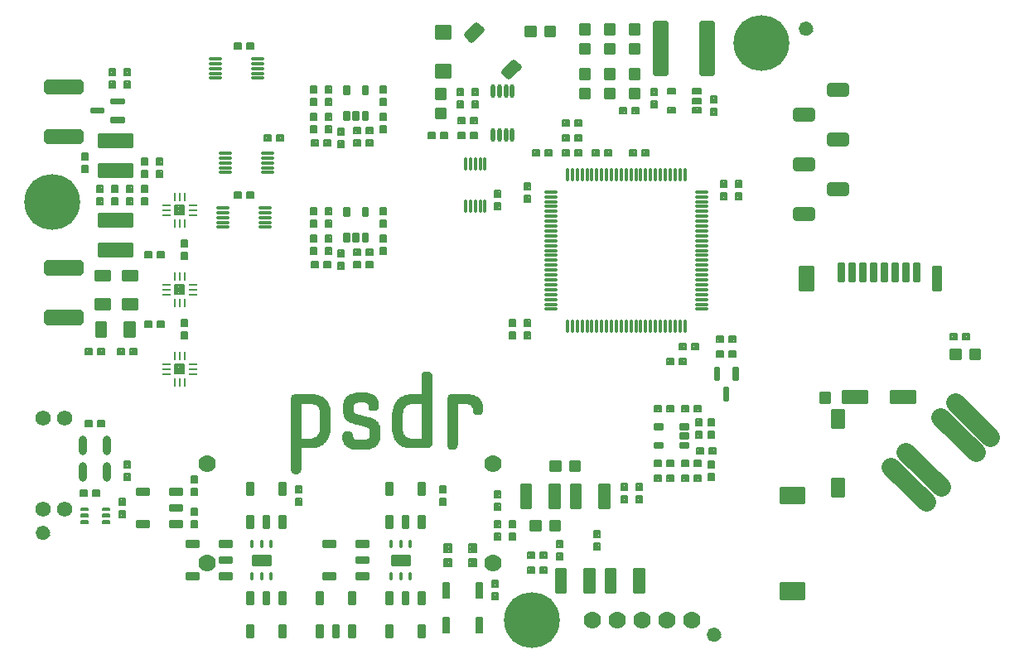
<source format=gts>
*
*
G04 PADS 9.5 Build Number: 522968 generated Gerber (RS-274-X) file*
G04 PC Version=2.1*
*
%IN "PSDR.pcb"*%
*
%MOIN*%
*
%FSLAX35Y35*%
*
*
*
*
G04 PC Standard Apertures*
*
*
G04 Thermal Relief Aperture macro.*
%AMTER*
1,1,$1,0,0*
1,0,$1-$2,0,0*
21,0,$3,$4,0,0,45*
21,0,$3,$4,0,0,135*
%
*
*
G04 Annular Aperture macro.*
%AMANN*
1,1,$1,0,0*
1,0,$2,0,0*
%
*
*
G04 Odd Aperture macro.*
%AMODD*
1,1,$1,0,0*
1,0,$1-0.005,0,0*
%
*
*
G04 PC Custom Aperture Macros*
*
*
*
*
*
*
G04 PC Aperture Table*
*
%ADD010C,0.001*%
%ADD011C,0.008*%
%ADD012C,0.00787*%
%ADD013C,0.01575*%
%ADD035C,0.03*%
%ADD048C,0.07*%
%ADD053C,0.002*%
%ADD072C,0.062*%
%ADD094C,0.00394*%
%ADD104C,0.01181*%
%ADD110C,0.016*%
%ADD146C,0.01*%
%ADD148C,0.076*%
%ADD149C,0.01969*%
%ADD150C,0.032*%
%ADD151C,0.22441*%
%ADD152O,0.0315X0.07874*%
%ADD153C,0.014*%
%ADD154O,0.01142X0.05512*%
%ADD155O,0.05512X0.01142*%
%ADD156O,0.01378X0.03937*%
%ADD157C,0.00866*%
%ADD158O,0.03937X0.00984*%
%ADD159O,0.00984X0.03937*%
%ADD160O,0.017X0.056*%
%ADD161O,0.01142X0.05709*%
%ADD162O,0.05709X0.01142*%
*
*
*
*
G04 PC Circuitry*
G04 Layer Name PSDR.pcb - circuitry*
%LPD*%
*
*
G04 PC Custom Flashes*
G04 Layer Name PSDR.pcb - flashes*
%LPD*%
*
*
G04 PC Circuitry*
G04 Layer Name PSDR.pcb - circuitry*
%LPD*%
*
G54D10*
G54D11*
G01X352900Y325850D02*
X355100D01*
Y323150*
X352900*
Y325850*
Y323200D02*
X355100D01*
X352900Y324000D02*
X355100D01*
X352900Y324800D02*
X355100D01*
X352900Y325600D02*
X355100D01*
X353600Y323150D02*
Y325850D01*
X354400Y323150D02*
Y325850D01*
X352900Y320850D02*
X355100D01*
Y318150*
X352900*
Y320850*
Y318400D02*
X355100D01*
X352900Y319200D02*
X355100D01*
X352900Y320000D02*
X355100D01*
X352900Y320800D02*
X355100D01*
X353600Y318150D02*
Y320850D01*
X354400Y318150D02*
Y320850D01*
X317150Y298900D02*
Y301100D01*
X319850*
Y298900*
X317150*
Y299200D02*
X319850D01*
X317150Y300000D02*
X319850D01*
X317150Y300800D02*
X319850D01*
X317600Y298900D02*
Y301100D01*
X318400Y298900D02*
Y301100D01*
X319200Y298900D02*
Y301100D01*
X322150Y298900D02*
Y301100D01*
X324850*
Y298900*
X322150*
Y299200D02*
X324850D01*
X322150Y300000D02*
X324850D01*
X322150Y300800D02*
X324850D01*
X322400Y298900D02*
Y301100D01*
X323200Y298900D02*
Y301100D01*
X324000Y298900D02*
Y301100D01*
X324800Y298900D02*
Y301100D01*
X379100Y315150D02*
X376900D01*
Y317850*
X379100*
Y315150*
X376900Y315200D02*
X379100D01*
X376900Y316000D02*
X379100D01*
X376900Y316800D02*
X379100D01*
X376900Y317600D02*
X379100D01*
X377600Y315150D02*
Y317850D01*
X378400Y315150D02*
Y317850D01*
X379100Y320150D02*
X376900D01*
Y322850*
X379100*
Y320150*
X376900Y320800D02*
X379100D01*
X376900Y321600D02*
X379100D01*
X376900Y322400D02*
X379100D01*
X377600Y320150D02*
Y322850D01*
X378400Y320150D02*
Y322850D01*
X123150Y161900D02*
Y164100D01*
X125850*
Y161900*
X123150*
Y162400D02*
X125850D01*
X123150Y163200D02*
X125850D01*
X123150Y164000D02*
X125850D01*
X123200Y161900D02*
Y164100D01*
X124000Y161900D02*
Y164100D01*
X124800Y161900D02*
Y164100D01*
X125600Y161900D02*
Y164100D01*
X128150Y161900D02*
Y164100D01*
X130850*
Y161900*
X128150*
Y162400D02*
X130850D01*
X128150Y163200D02*
X130850D01*
X128150Y164000D02*
X130850D01*
X128800Y161900D02*
Y164100D01*
X129600Y161900D02*
Y164100D01*
X130400Y161900D02*
Y164100D01*
X312850Y301100D02*
Y298900D01*
X310150*
Y301100*
X312850*
X310150Y299200D02*
X312850D01*
X310150Y300000D02*
X312850D01*
X310150Y300800D02*
X312850D01*
X310400Y298900D02*
Y301100D01*
X311200Y298900D02*
Y301100D01*
X312000Y298900D02*
Y301100D01*
X312800Y298900D02*
Y301100D01*
X307850D02*
Y298900D01*
X305150*
Y301100*
X307850*
X305150Y299200D02*
X307850D01*
X305150Y300000D02*
X307850D01*
X305150Y300800D02*
X307850D01*
X305600Y298900D02*
Y301100D01*
X306400Y298900D02*
Y301100D01*
X307200Y298900D02*
Y301100D01*
X204850Y307100D02*
Y304900D01*
X202150*
Y307100*
X204850*
X202150Y305600D02*
X204850D01*
X202150Y306400D02*
X204850D01*
X202400Y304900D02*
Y307100D01*
X203200Y304900D02*
Y307100D01*
X204000Y304900D02*
Y307100D01*
X204800Y304900D02*
Y307100D01*
X199850D02*
Y304900D01*
X197150*
Y307100*
X199850*
X197150Y305600D02*
X199850D01*
X197150Y306400D02*
X199850D01*
X197600Y304900D02*
Y307100D01*
X198400Y304900D02*
Y307100D01*
X199200Y304900D02*
Y307100D01*
X216150Y302900D02*
Y305100D01*
X218850*
Y302900*
X216150*
Y303200D02*
X218850D01*
X216150Y304000D02*
X218850D01*
X216150Y304800D02*
X218850D01*
X216800Y302900D02*
Y305100D01*
X217600Y302900D02*
Y305100D01*
X218400Y302900D02*
Y305100D01*
X221150Y302900D02*
Y305100D01*
X223850*
Y302900*
X221150*
Y303200D02*
X223850D01*
X221150Y304000D02*
X223850D01*
X221150Y304800D02*
X223850D01*
X221600Y302900D02*
Y305100D01*
X222400Y302900D02*
Y305100D01*
X223200Y302900D02*
Y305100D01*
X170100Y162150D02*
X167900D01*
Y164850*
X170100*
Y162150*
X167900Y162400D02*
X170100D01*
X167900Y163200D02*
X170100D01*
X167900Y164000D02*
X170100D01*
X167900Y164800D02*
X170100D01*
X168000Y162150D02*
Y164850D01*
X168800Y162150D02*
Y164850D01*
X169600Y162150D02*
Y164850D01*
X170100Y167150D02*
X167900D01*
Y169850*
X170100*
Y167150*
X167900Y167200D02*
X170100D01*
X167900Y168000D02*
X170100D01*
X167900Y168800D02*
X170100D01*
X167900Y169600D02*
X170100D01*
X168000Y167150D02*
Y169850D01*
X168800Y167150D02*
Y169850D01*
X169600Y167150D02*
Y169850D01*
X170100Y149150D02*
X167900D01*
Y151850*
X170100*
Y149150*
X167900Y149600D02*
X170100D01*
X167900Y150400D02*
X170100D01*
X167900Y151200D02*
X170100D01*
X168000Y149150D02*
Y151850D01*
X168800Y149150D02*
Y151850D01*
X169600Y149150D02*
Y151850D01*
X170100Y154150D02*
X167900D01*
Y156850*
X170100*
Y154150*
X167900Y154400D02*
X170100D01*
X167900Y155200D02*
X170100D01*
X167900Y156000D02*
X170100D01*
X167900Y156800D02*
X170100D01*
X168000Y154150D02*
Y156850D01*
X168800Y154150D02*
Y156850D01*
X169600Y154150D02*
Y156850D01*
X126100Y292150D02*
X123900D01*
Y294850*
X126100*
Y292150*
X123900Y292800D02*
X126100D01*
X123900Y293600D02*
X126100D01*
X123900Y294400D02*
X126100D01*
X124000Y292150D02*
Y294850D01*
X124800Y292150D02*
Y294850D01*
X125600Y292150D02*
Y294850D01*
X126100Y297150D02*
X123900D01*
Y299850*
X126100*
Y297150*
X123900Y297600D02*
X126100D01*
X123900Y298400D02*
X126100D01*
X123900Y299200D02*
X126100D01*
X124000Y297150D02*
Y299850D01*
X124800Y297150D02*
Y299850D01*
X125600Y297150D02*
Y299850D01*
X277100Y318150D02*
X274900D01*
Y320850*
X277100*
Y318150*
X274900Y318400D02*
X277100D01*
X274900Y319200D02*
X277100D01*
X274900Y320000D02*
X277100D01*
X274900Y320800D02*
X277100D01*
X275200Y318150D02*
Y320850D01*
X276000Y318150D02*
Y320850D01*
X276800Y318150D02*
Y320850D01*
X277100Y323150D02*
X274900D01*
Y325850*
X277100*
Y323150*
X274900Y323200D02*
X277100D01*
X274900Y324000D02*
X277100D01*
X274900Y324800D02*
X277100D01*
X274900Y325600D02*
X277100D01*
X275200Y323150D02*
Y325850D01*
X276000Y323150D02*
Y325850D01*
X276800Y323150D02*
Y325850D01*
X282850Y314100D02*
Y311900D01*
X280150*
Y314100*
X282850*
X280150Y312000D02*
X282850D01*
X280150Y312800D02*
X282850D01*
X280150Y313600D02*
X282850D01*
X280800Y311900D02*
Y314100D01*
X281600Y311900D02*
Y314100D01*
X282400Y311900D02*
Y314100D01*
X277850D02*
Y311900D01*
X275150*
Y314100*
X277850*
X275150Y312000D02*
X277850D01*
X275150Y312800D02*
X277850D01*
X275150Y313600D02*
X277850D01*
X275200Y311900D02*
Y314100D01*
X276000Y311900D02*
Y314100D01*
X276800Y311900D02*
Y314100D01*
X277600Y311900D02*
Y314100D01*
X386850Y220100D02*
Y217900D01*
X384150*
Y220100*
X386850*
X384150Y218400D02*
X386850D01*
X384150Y219200D02*
X386850D01*
X384150Y220000D02*
X386850D01*
X384800Y217900D02*
Y220100D01*
X385600Y217900D02*
Y220100D01*
X386400Y217900D02*
Y220100D01*
X381850D02*
Y217900D01*
X379150*
Y220100*
X381850*
X379150Y218400D02*
X381850D01*
X379150Y219200D02*
X381850D01*
X379150Y220000D02*
X381850D01*
X379200Y217900D02*
Y220100D01*
X380000Y217900D02*
Y220100D01*
X380800Y217900D02*
Y220100D01*
X381600Y217900D02*
Y220100D01*
X275150Y305900D02*
Y308100D01*
X277850*
Y305900*
X275150*
Y306400D02*
X277850D01*
X275150Y307200D02*
X277850D01*
X275150Y308000D02*
X277850D01*
X275200Y305900D02*
Y308100D01*
X276000Y305900D02*
Y308100D01*
X276800Y305900D02*
Y308100D01*
X277600Y305900D02*
Y308100D01*
X280150Y305900D02*
Y308100D01*
X282850*
Y305900*
X280150*
Y306400D02*
X282850D01*
X280150Y307200D02*
X282850D01*
X280150Y308000D02*
X282850D01*
X280800Y305900D02*
Y308100D01*
X281600Y305900D02*
Y308100D01*
X282400Y305900D02*
Y308100D01*
X280900Y325850D02*
X283100D01*
Y323150*
X280900*
Y325850*
Y323200D02*
X283100D01*
X280900Y324000D02*
X283100D01*
X280900Y324800D02*
X283100D01*
X280900Y325600D02*
X283100D01*
X281600Y323150D02*
Y325850D01*
X282400Y323150D02*
Y325850D01*
X280900Y320850D02*
X283100D01*
Y318150*
X280900*
Y320850*
Y318400D02*
X283100D01*
X280900Y319200D02*
X283100D01*
X280900Y320000D02*
X283100D01*
X280900Y320800D02*
X283100D01*
X281600Y318150D02*
Y320850D01*
X282400Y318150D02*
Y320850D01*
X270850Y308100D02*
Y305900D01*
X268150*
Y308100*
X270850*
X268150Y306400D02*
X270850D01*
X268150Y307200D02*
X270850D01*
X268150Y308000D02*
X270850D01*
X268800Y305900D02*
Y308100D01*
X269600Y305900D02*
Y308100D01*
X270400Y305900D02*
Y308100D01*
X265850D02*
Y305900D01*
X263150*
Y308100*
X265850*
X263150Y306400D02*
X265850D01*
X263150Y307200D02*
X265850D01*
X263150Y308000D02*
X265850D01*
X263200Y305900D02*
Y308100D01*
X264000Y305900D02*
Y308100D01*
X264800Y305900D02*
Y308100D01*
X265600Y305900D02*
Y308100D01*
X150100Y290150D02*
X147900D01*
Y292850*
X150100*
Y290150*
X147900Y290400D02*
X150100D01*
X147900Y291200D02*
X150100D01*
X147900Y292000D02*
X150100D01*
X147900Y292800D02*
X150100D01*
X148000Y290150D02*
Y292850D01*
X148800Y290150D02*
Y292850D01*
X149600Y290150D02*
Y292850D01*
X150100Y295150D02*
X147900D01*
Y297850*
X150100*
Y295150*
X147900Y295200D02*
X150100D01*
X147900Y296000D02*
X150100D01*
X147900Y296800D02*
X150100D01*
X147900Y297600D02*
X150100D01*
X148000Y295150D02*
Y297850D01*
X148800Y295150D02*
Y297850D01*
X149600Y295150D02*
Y297850D01*
X386850Y226100D02*
Y223900D01*
X384150*
Y226100*
X386850*
X384150Y224000D02*
X386850D01*
X384150Y224800D02*
X386850D01*
X384150Y225600D02*
X386850D01*
X384800Y223900D02*
Y226100D01*
X385600Y223900D02*
Y226100D01*
X386400Y223900D02*
Y226100D01*
X381850D02*
Y223900D01*
X379150*
Y226100*
X381850*
X379150Y224000D02*
X381850D01*
X379150Y224800D02*
X381850D01*
X379150Y225600D02*
X381850D01*
X379200Y223900D02*
Y226100D01*
X380000Y223900D02*
Y226100D01*
X380800Y223900D02*
Y226100D01*
X381600Y223900D02*
Y226100D01*
X295900Y151850D02*
X298100D01*
Y149150*
X295900*
Y151850*
Y149600D02*
X298100D01*
X295900Y150400D02*
X298100D01*
X295900Y151200D02*
X298100D01*
X296000Y149150D02*
Y151850D01*
X296800Y149150D02*
Y151850D01*
X297600Y149150D02*
Y151850D01*
X295900Y146850D02*
X298100D01*
Y144150*
X295900*
Y146850*
Y144800D02*
X298100D01*
X295900Y145600D02*
X298100D01*
X295900Y146400D02*
X298100D01*
X296000Y144150D02*
Y146850D01*
X296800Y144150D02*
Y146850D01*
X297600Y144150D02*
Y146850D01*
X288900Y127850D02*
X291100D01*
Y125150*
X288900*
Y127850*
Y125600D02*
X291100D01*
X288900Y126400D02*
X291100D01*
X288900Y127200D02*
X291100D01*
X289600Y125150D02*
Y127850D01*
X290400Y125150D02*
Y127850D01*
X288900Y122850D02*
X291100D01*
Y120150*
X288900*
Y122850*
Y120800D02*
X291100D01*
X288900Y121600D02*
X291100D01*
X288900Y122400D02*
X291100D01*
X289600Y120150D02*
Y122850D01*
X290400Y120150D02*
Y122850D01*
X378100Y168150D02*
X375900D01*
Y170850*
X378100*
Y168150*
X375900Y168800D02*
X378100D01*
X375900Y169600D02*
X378100D01*
X375900Y170400D02*
X378100D01*
X376000Y168150D02*
Y170850D01*
X376800Y168150D02*
Y170850D01*
X377600Y168150D02*
Y170850D01*
X378100Y173150D02*
X375900D01*
Y175850*
X378100*
Y173150*
X375900Y173600D02*
X378100D01*
X375900Y174400D02*
X378100D01*
X375900Y175200D02*
X378100D01*
X376000Y173150D02*
Y175850D01*
X376800Y173150D02*
Y175850D01*
X377600Y173150D02*
Y175850D01*
X216150Y253900D02*
Y256100D01*
X218850*
Y253900*
X216150*
Y254400D02*
X218850D01*
X216150Y255200D02*
X218850D01*
X216150Y256000D02*
X218850D01*
X216800Y253900D02*
Y256100D01*
X217600Y253900D02*
Y256100D01*
X218400Y253900D02*
Y256100D01*
X221150Y253900D02*
Y256100D01*
X223850*
Y253900*
X221150*
Y254400D02*
X223850D01*
X221150Y255200D02*
X223850D01*
X221150Y256000D02*
X223850D01*
X221600Y253900D02*
Y256100D01*
X222400Y253900D02*
Y256100D01*
X223200Y253900D02*
Y256100D01*
X221900Y266850D02*
X224100D01*
Y264150*
X221900*
Y266850*
Y264800D02*
X224100D01*
X221900Y265600D02*
X224100D01*
X221900Y266400D02*
X224100D01*
X222400Y264150D02*
Y266850D01*
X223200Y264150D02*
Y266850D01*
X224000Y264150D02*
Y266850D01*
X221900Y261850D02*
X224100D01*
Y259150*
X221900*
Y261850*
Y259200D02*
X224100D01*
X221900Y260000D02*
X224100D01*
X221900Y260800D02*
X224100D01*
X221900Y261600D02*
X224100D01*
X222400Y259150D02*
Y261850D01*
X223200Y259150D02*
Y261850D01*
X224000Y259150D02*
Y261850D01*
X233150Y253900D02*
Y256100D01*
X235850*
Y253900*
X233150*
Y254400D02*
X235850D01*
X233150Y255200D02*
X235850D01*
X233150Y256000D02*
X235850D01*
X233600Y253900D02*
Y256100D01*
X234400Y253900D02*
Y256100D01*
X235200Y253900D02*
Y256100D01*
X238150Y253900D02*
Y256100D01*
X240850*
Y253900*
X238150*
Y254400D02*
X240850D01*
X238150Y255200D02*
X240850D01*
X238150Y256000D02*
X240850D01*
X238400Y253900D02*
Y256100D01*
X239200Y253900D02*
Y256100D01*
X240000Y253900D02*
Y256100D01*
X240800Y253900D02*
Y256100D01*
X243900Y266850D02*
X246100D01*
Y264150*
X243900*
Y266850*
Y264800D02*
X246100D01*
X243900Y265600D02*
X246100D01*
X243900Y266400D02*
X246100D01*
X244000Y264150D02*
Y266850D01*
X244800Y264150D02*
Y266850D01*
X245600Y264150D02*
Y266850D01*
X243900Y261850D02*
X246100D01*
Y259150*
X243900*
Y261850*
Y259200D02*
X246100D01*
X243900Y260000D02*
X246100D01*
X243900Y260800D02*
X246100D01*
X243900Y261600D02*
X246100D01*
X244000Y259150D02*
Y261850D01*
X244800Y259150D02*
Y261850D01*
X245600Y259150D02*
Y261850D01*
X221900Y315850D02*
X224100D01*
Y313150*
X221900*
Y315850*
Y313600D02*
X224100D01*
X221900Y314400D02*
X224100D01*
X221900Y315200D02*
X224100D01*
X222400Y313150D02*
Y315850D01*
X223200Y313150D02*
Y315850D01*
X224000Y313150D02*
Y315850D01*
X221900Y310850D02*
X224100D01*
Y308150*
X221900*
Y310850*
Y308800D02*
X224100D01*
X221900Y309600D02*
X224100D01*
X221900Y310400D02*
X224100D01*
X222400Y308150D02*
Y310850D01*
X223200Y308150D02*
Y310850D01*
X224000Y308150D02*
Y310850D01*
X233150Y302900D02*
Y305100D01*
X235850*
Y302900*
X233150*
Y303200D02*
X235850D01*
X233150Y304000D02*
X235850D01*
X233150Y304800D02*
X235850D01*
X233600Y302900D02*
Y305100D01*
X234400Y302900D02*
Y305100D01*
X235200Y302900D02*
Y305100D01*
X238150Y302900D02*
Y305100D01*
X240850*
Y302900*
X238150*
Y303200D02*
X240850D01*
X238150Y304000D02*
X240850D01*
X238150Y304800D02*
X240850D01*
X238400Y302900D02*
Y305100D01*
X239200Y302900D02*
Y305100D01*
X240000Y302900D02*
Y305100D01*
X240800Y302900D02*
Y305100D01*
X473150Y224900D02*
Y227100D01*
X475850*
Y224900*
X473150*
Y225600D02*
X475850D01*
X473150Y226400D02*
X475850D01*
X473600Y224900D02*
Y227100D01*
X474400Y224900D02*
Y227100D01*
X475200Y224900D02*
Y227100D01*
X478150Y224900D02*
Y227100D01*
X480850*
Y224900*
X478150*
Y225600D02*
X480850D01*
X478150Y226400D02*
X480850D01*
X478400Y224900D02*
Y227100D01*
X479200Y224900D02*
Y227100D01*
X480000Y224900D02*
Y227100D01*
X480800Y224900D02*
Y227100D01*
X243900Y315850D02*
X246100D01*
Y313150*
X243900*
Y315850*
Y313600D02*
X246100D01*
X243900Y314400D02*
X246100D01*
X243900Y315200D02*
X246100D01*
X244000Y313150D02*
Y315850D01*
X244800Y313150D02*
Y315850D01*
X245600Y313150D02*
Y315850D01*
X243900Y310850D02*
X246100D01*
Y308150*
X243900*
Y310850*
Y308800D02*
X246100D01*
X243900Y309600D02*
X246100D01*
X243900Y310400D02*
X246100D01*
X244000Y308150D02*
Y310850D01*
X244800Y308150D02*
Y310850D01*
X245600Y308150D02*
Y310850D01*
X129900Y286850D02*
X132100D01*
Y284150*
X129900*
Y286850*
Y284800D02*
X132100D01*
X129900Y285600D02*
X132100D01*
X129900Y286400D02*
X132100D01*
X130400Y284150D02*
Y286850D01*
X131200Y284150D02*
Y286850D01*
X132000Y284150D02*
Y286850D01*
X129900Y281850D02*
X132100D01*
Y279150*
X129900*
Y281850*
Y279200D02*
X132100D01*
X129900Y280000D02*
X132100D01*
X129900Y280800D02*
X132100D01*
X129900Y281600D02*
X132100D01*
X130400Y279150D02*
Y281850D01*
X131200Y279150D02*
Y281850D01*
X132000Y279150D02*
Y281850D01*
X292100Y144150D02*
X289900D01*
Y146850*
X292100*
Y144150*
X289900Y144800D02*
X292100D01*
X289900Y145600D02*
X292100D01*
X289900Y146400D02*
X292100D01*
X290400Y144150D02*
Y146850D01*
X291200Y144150D02*
Y146850D01*
X292000Y144150D02*
Y146850D01*
X292100Y149150D02*
X289900D01*
Y151850*
X292100*
Y149150*
X289900Y149600D02*
X292100D01*
X289900Y150400D02*
X292100D01*
X289900Y151200D02*
X292100D01*
X290400Y149150D02*
Y151850D01*
X291200Y149150D02*
Y151850D01*
X292000Y149150D02*
Y151850D01*
X347850Y318100D02*
Y315900D01*
X345150*
Y318100*
X347850*
X345150Y316000D02*
X347850D01*
X345150Y316800D02*
X347850D01*
X345150Y317600D02*
X347850D01*
X345600Y315900D02*
Y318100D01*
X346400Y315900D02*
Y318100D01*
X347200Y315900D02*
Y318100D01*
X342850D02*
Y315900D01*
X340150*
Y318100*
X342850*
X340150Y316000D02*
X342850D01*
X340150Y316800D02*
X342850D01*
X340150Y317600D02*
X342850D01*
X340800Y315900D02*
Y318100D01*
X341600Y315900D02*
Y318100D01*
X342400Y315900D02*
Y318100D01*
X365150Y173900D02*
Y176100D01*
X367850*
Y173900*
X365150*
Y174400D02*
X367850D01*
X365150Y175200D02*
X367850D01*
X365150Y176000D02*
X367850D01*
X365600Y173900D02*
Y176100D01*
X366400Y173900D02*
Y176100D01*
X367200Y173900D02*
Y176100D01*
X370150Y173900D02*
Y176100D01*
X372850*
Y173900*
X370150*
Y174400D02*
X372850D01*
X370150Y175200D02*
X372850D01*
X370150Y176000D02*
X372850D01*
X370400Y173900D02*
Y176100D01*
X371200Y173900D02*
Y176100D01*
X372000Y173900D02*
Y176100D01*
X372800Y173900D02*
Y176100D01*
X378100Y185150D02*
X375900D01*
Y187850*
X378100*
Y185150*
X375900Y185600D02*
X378100D01*
X375900Y186400D02*
X378100D01*
X375900Y187200D02*
X378100D01*
X376000Y185150D02*
Y187850D01*
X376800Y185150D02*
Y187850D01*
X377600Y185150D02*
Y187850D01*
X378100Y190150D02*
X375900D01*
Y192850*
X378100*
Y190150*
X375900Y190400D02*
X378100D01*
X375900Y191200D02*
X378100D01*
X375900Y192000D02*
X378100D01*
X375900Y192800D02*
X378100D01*
X376000Y190150D02*
Y192850D01*
X376800Y190150D02*
Y192850D01*
X377600Y190150D02*
Y192850D01*
X125150Y189900D02*
Y192100D01*
X127850*
Y189900*
X125150*
Y190400D02*
X127850D01*
X125150Y191200D02*
X127850D01*
X125150Y192000D02*
X127850D01*
X125600Y189900D02*
Y192100D01*
X126400Y189900D02*
Y192100D01*
X127200Y189900D02*
Y192100D01*
X130150Y189900D02*
Y192100D01*
X132850*
Y189900*
X130150*
Y190400D02*
X132850D01*
X130150Y191200D02*
X132850D01*
X130150Y192000D02*
X132850D01*
X130400Y189900D02*
Y192100D01*
X131200Y189900D02*
Y192100D01*
X132000Y189900D02*
Y192100D01*
X132800Y189900D02*
Y192100D01*
X365150Y195900D02*
Y198100D01*
X367850*
Y195900*
X365150*
Y196000D02*
X367850D01*
X365150Y196800D02*
X367850D01*
X365150Y197600D02*
X367850D01*
X365600Y195900D02*
Y198100D01*
X366400Y195900D02*
Y198100D01*
X367200Y195900D02*
Y198100D01*
X370150Y195900D02*
Y198100D01*
X372850*
Y195900*
X370150*
Y196000D02*
X372850D01*
X370150Y196800D02*
X372850D01*
X370150Y197600D02*
X372850D01*
X370400Y195900D02*
Y198100D01*
X371200Y195900D02*
Y198100D01*
X372000Y195900D02*
Y198100D01*
X372800Y195900D02*
Y198100D01*
X229100Y253150D02*
X226900D01*
Y255850*
X229100*
Y253150*
X226900Y253600D02*
X229100D01*
X226900Y254400D02*
X229100D01*
X226900Y255200D02*
X229100D01*
X227200Y253150D02*
Y255850D01*
X228000Y253150D02*
Y255850D01*
X228800Y253150D02*
Y255850D01*
X229100Y258150D02*
X226900D01*
Y260850*
X229100*
Y258150*
X226900Y258400D02*
X229100D01*
X226900Y259200D02*
X229100D01*
X226900Y260000D02*
X229100D01*
X226900Y260800D02*
X229100D01*
X227200Y258150D02*
Y260850D01*
X228000Y258150D02*
Y260850D01*
X228800Y258150D02*
Y260850D01*
X371150Y178900D02*
Y181100D01*
X373850*
Y178900*
X371150*
Y179200D02*
X373850D01*
X371150Y180000D02*
X373850D01*
X371150Y180800D02*
X373850D01*
X371200Y178900D02*
Y181100D01*
X372000Y178900D02*
Y181100D01*
X372800Y178900D02*
Y181100D01*
X373600Y178900D02*
Y181100D01*
X376150Y178900D02*
Y181100D01*
X378850*
Y178900*
X376150*
Y179200D02*
X378850D01*
X376150Y180000D02*
X378850D01*
X376150Y180800D02*
X378850D01*
X376800Y178900D02*
Y181100D01*
X377600Y178900D02*
Y181100D01*
X378400Y178900D02*
Y181100D01*
X125150Y218900D02*
Y221100D01*
X127850*
Y218900*
X125150*
Y219200D02*
X127850D01*
X125150Y220000D02*
X127850D01*
X125150Y220800D02*
X127850D01*
X125600Y218900D02*
Y221100D01*
X126400Y218900D02*
Y221100D01*
X127200Y218900D02*
Y221100D01*
X130150Y218900D02*
Y221100D01*
X132850*
Y218900*
X130150*
Y219200D02*
X132850D01*
X130150Y220000D02*
X132850D01*
X130150Y220800D02*
X132850D01*
X130400Y218900D02*
Y221100D01*
X131200Y218900D02*
Y221100D01*
X132000Y218900D02*
Y221100D01*
X132800Y218900D02*
Y221100D01*
X138150Y218900D02*
Y221100D01*
X140850*
Y218900*
X138150*
Y219200D02*
X140850D01*
X138150Y220000D02*
X140850D01*
X138150Y220800D02*
X140850D01*
X138400Y218900D02*
Y221100D01*
X139200Y218900D02*
Y221100D01*
X140000Y218900D02*
Y221100D01*
X140800Y218900D02*
Y221100D01*
X143150Y218900D02*
Y221100D01*
X145850*
Y218900*
X143150*
Y219200D02*
X145850D01*
X143150Y220000D02*
X145850D01*
X143150Y220800D02*
X145850D01*
X143200Y218900D02*
Y221100D01*
X144000Y218900D02*
Y221100D01*
X144800Y218900D02*
Y221100D01*
X145600Y218900D02*
Y221100D01*
X346900Y166850D02*
X349100D01*
Y164150*
X346900*
Y166850*
Y164800D02*
X349100D01*
X346900Y165600D02*
X349100D01*
X346900Y166400D02*
X349100D01*
X347200Y164150D02*
Y166850D01*
X348000Y164150D02*
Y166850D01*
X348800Y164150D02*
Y166850D01*
X346900Y161850D02*
X349100D01*
Y159150*
X346900*
Y161850*
Y159200D02*
X349100D01*
X346900Y160000D02*
X349100D01*
X346900Y160800D02*
X349100D01*
X346900Y161600D02*
X349100D01*
X347200Y159150D02*
Y161850D01*
X348000Y159150D02*
Y161850D01*
X348800Y159150D02*
Y161850D01*
X343100Y159150D02*
X340900D01*
Y161850*
X343100*
Y159150*
X340900Y159200D02*
X343100D01*
X340900Y160000D02*
X343100D01*
X340900Y160800D02*
X343100D01*
X340900Y161600D02*
X343100D01*
X341600Y159150D02*
Y161850D01*
X342400Y159150D02*
Y161850D01*
X343100Y164150D02*
X340900D01*
Y166850*
X343100*
Y164150*
X340900Y164800D02*
X343100D01*
X340900Y165600D02*
X343100D01*
X340900Y166400D02*
X343100D01*
X341600Y164150D02*
Y166850D01*
X342400Y164150D02*
Y166850D01*
X354150Y167900D02*
Y170100D01*
X356850*
Y167900*
X354150*
Y168000D02*
X356850D01*
X354150Y168800D02*
X356850D01*
X354150Y169600D02*
X356850D01*
X354400Y167900D02*
Y170100D01*
X355200Y167900D02*
Y170100D01*
X356000Y167900D02*
Y170100D01*
X356800Y167900D02*
Y170100D01*
X359150Y167900D02*
Y170100D01*
X361850*
Y167900*
X359150*
Y168000D02*
X361850D01*
X359150Y168800D02*
X361850D01*
X359150Y169600D02*
X361850D01*
X359200Y167900D02*
Y170100D01*
X360000Y167900D02*
Y170100D01*
X360800Y167900D02*
Y170100D01*
X361600Y167900D02*
Y170100D01*
X329900Y147850D02*
X332100D01*
Y145150*
X329900*
Y147850*
Y145600D02*
X332100D01*
X329900Y146400D02*
X332100D01*
X329900Y147200D02*
X332100D01*
X330400Y145150D02*
Y147850D01*
X331200Y145150D02*
Y147850D01*
X332000Y145150D02*
Y147850D01*
X329900Y142850D02*
X332100D01*
Y140150*
X329900*
Y142850*
Y140800D02*
X332100D01*
X329900Y141600D02*
X332100D01*
X329900Y142400D02*
X332100D01*
X330400Y140150D02*
Y142850D01*
X331200Y140150D02*
Y142850D01*
X332000Y140150D02*
Y142850D01*
X147900Y286850D02*
X150100D01*
Y284150*
X147900*
Y286850*
Y284800D02*
X150100D01*
X147900Y285600D02*
X150100D01*
X147900Y286400D02*
X150100D01*
X148000Y284150D02*
Y286850D01*
X148800Y284150D02*
Y286850D01*
X149600Y284150D02*
Y286850D01*
X147900Y281850D02*
X150100D01*
Y279150*
X147900*
Y281850*
Y279200D02*
X150100D01*
X147900Y280000D02*
X150100D01*
X147900Y280800D02*
X150100D01*
X147900Y281600D02*
X150100D01*
X148000Y279150D02*
Y281850D01*
X148800Y279150D02*
Y281850D01*
X149600Y279150D02*
Y281850D01*
X163900Y232850D02*
X166100D01*
Y230150*
X163900*
Y232850*
Y230400D02*
X166100D01*
X163900Y231200D02*
X166100D01*
X163900Y232000D02*
X166100D01*
X163900Y232800D02*
X166100D01*
X164000Y230150D02*
Y232850D01*
X164800Y230150D02*
Y232850D01*
X165600Y230150D02*
Y232850D01*
X163900Y227850D02*
X166100D01*
Y225150*
X163900*
Y227850*
Y225600D02*
X166100D01*
X163900Y226400D02*
X166100D01*
X163900Y227200D02*
X166100D01*
X164000Y225150D02*
Y227850D01*
X164800Y225150D02*
Y227850D01*
X165600Y225150D02*
Y227850D01*
X303150Y130900D02*
Y133100D01*
X305850*
Y130900*
X303150*
Y131200D02*
X305850D01*
X303150Y132000D02*
X305850D01*
X303150Y132800D02*
X305850D01*
X303200Y130900D02*
Y133100D01*
X304000Y130900D02*
Y133100D01*
X304800Y130900D02*
Y133100D01*
X305600Y130900D02*
Y133100D01*
X308150Y130900D02*
Y133100D01*
X310850*
Y130900*
X308150*
Y131200D02*
X310850D01*
X308150Y132000D02*
X310850D01*
X308150Y132800D02*
X310850D01*
X308800Y130900D02*
Y133100D01*
X309600Y130900D02*
Y133100D01*
X310400Y130900D02*
Y133100D01*
X370900Y192850D02*
X373100D01*
Y190150*
X370900*
Y192850*
Y190400D02*
X373100D01*
X370900Y191200D02*
X373100D01*
X370900Y192000D02*
X373100D01*
X370900Y192800D02*
X373100D01*
X371200Y190150D02*
Y192850D01*
X372000Y190150D02*
Y192850D01*
X372800Y190150D02*
Y192850D01*
X370900Y187850D02*
X373100D01*
Y185150*
X370900*
Y187850*
Y185600D02*
X373100D01*
X370900Y186400D02*
X373100D01*
X370900Y187200D02*
X373100D01*
X371200Y185150D02*
Y187850D01*
X372000Y185150D02*
Y187850D01*
X372800Y185150D02*
Y187850D01*
X229100Y302150D02*
X226900D01*
Y304850*
X229100*
Y302150*
X226900Y302400D02*
X229100D01*
X226900Y303200D02*
X229100D01*
X226900Y304000D02*
X229100D01*
X226900Y304800D02*
X229100D01*
X227200Y302150D02*
Y304850D01*
X228000Y302150D02*
Y304850D01*
X228800Y302150D02*
Y304850D01*
X229100Y307150D02*
X226900D01*
Y309850*
X229100*
Y307150*
X226900Y307200D02*
X229100D01*
X226900Y308000D02*
X229100D01*
X226900Y308800D02*
X229100D01*
X226900Y309600D02*
X229100D01*
X227200Y307150D02*
Y309850D01*
X228000Y307150D02*
Y309850D01*
X228800Y307150D02*
Y309850D01*
X354150Y173900D02*
Y176100D01*
X356850*
Y173900*
X354150*
Y174400D02*
X356850D01*
X354150Y175200D02*
X356850D01*
X354150Y176000D02*
X356850D01*
X354400Y173900D02*
Y176100D01*
X355200Y173900D02*
Y176100D01*
X356000Y173900D02*
Y176100D01*
X356800Y173900D02*
Y176100D01*
X359150Y173900D02*
Y176100D01*
X361850*
Y173900*
X359150*
Y174400D02*
X361850D01*
X359150Y175200D02*
X361850D01*
X359150Y176000D02*
X361850D01*
X359200Y173900D02*
Y176100D01*
X360000Y173900D02*
Y176100D01*
X360800Y173900D02*
Y176100D01*
X361600Y173900D02*
Y176100D01*
X303150Y136900D02*
Y139100D01*
X305850*
Y136900*
X303150*
Y137600D02*
X305850D01*
X303150Y138400D02*
X305850D01*
X303200Y136900D02*
Y139100D01*
X304000Y136900D02*
Y139100D01*
X304800Y136900D02*
Y139100D01*
X305600Y136900D02*
Y139100D01*
X308150Y136900D02*
Y139100D01*
X310850*
Y136900*
X308150*
Y137600D02*
X310850D01*
X308150Y138400D02*
X310850D01*
X308800Y136900D02*
Y139100D01*
X309600Y136900D02*
Y139100D01*
X310400Y136900D02*
Y139100D01*
X354150Y195900D02*
Y198100D01*
X356850*
Y195900*
X354150*
Y196000D02*
X356850D01*
X354150Y196800D02*
X356850D01*
X354150Y197600D02*
X356850D01*
X354400Y195900D02*
Y198100D01*
X355200Y195900D02*
Y198100D01*
X356000Y195900D02*
Y198100D01*
X356800Y195900D02*
Y198100D01*
X359150Y195900D02*
Y198100D01*
X361850*
Y195900*
X359150*
Y196000D02*
X361850D01*
X359150Y196800D02*
X361850D01*
X359150Y197600D02*
X361850D01*
X359200Y195900D02*
Y198100D01*
X360000Y195900D02*
Y198100D01*
X360800Y195900D02*
Y198100D01*
X361600Y195900D02*
Y198100D01*
X380900Y288850D02*
X383100D01*
Y286150*
X380900*
Y288850*
Y286400D02*
X383100D01*
X380900Y287200D02*
X383100D01*
X380900Y288000D02*
X383100D01*
X380900Y288800D02*
X383100D01*
X381600Y286150D02*
Y288850D01*
X382400Y286150D02*
Y288850D01*
X380900Y283850D02*
X383100D01*
Y281150*
X380900*
Y283850*
Y281600D02*
X383100D01*
X380900Y282400D02*
X383100D01*
X380900Y283200D02*
X383100D01*
X381600Y281150D02*
Y283850D01*
X382400Y281150D02*
Y283850D01*
X314900Y143850D02*
X317100D01*
Y141150*
X314900*
Y143850*
Y141600D02*
X317100D01*
X314900Y142400D02*
X317100D01*
X314900Y143200D02*
X317100D01*
X315200Y141150D02*
Y143850D01*
X316000Y141150D02*
Y143850D01*
X316800Y141150D02*
Y143850D01*
X314900Y138850D02*
X317100D01*
Y136150*
X314900*
Y138850*
Y136800D02*
X317100D01*
X314900Y137600D02*
X317100D01*
X314900Y138400D02*
X317100D01*
X315200Y136150D02*
Y138850D01*
X316000Y136150D02*
Y138850D01*
X316800Y136150D02*
Y138850D01*
X317150Y310900D02*
Y313100D01*
X319850*
Y310900*
X317150*
Y311200D02*
X319850D01*
X317150Y312000D02*
X319850D01*
X317150Y312800D02*
X319850D01*
X317600Y310900D02*
Y313100D01*
X318400Y310900D02*
Y313100D01*
X319200Y310900D02*
Y313100D01*
X322150Y310900D02*
Y313100D01*
X324850*
Y310900*
X322150*
Y311200D02*
X324850D01*
X322150Y312000D02*
X324850D01*
X322150Y312800D02*
X324850D01*
X322400Y310900D02*
Y313100D01*
X323200Y310900D02*
Y313100D01*
X324000Y310900D02*
Y313100D01*
X324800Y310900D02*
Y313100D01*
X359150Y214900D02*
Y217100D01*
X361850*
Y214900*
X359150*
Y215200D02*
X361850D01*
X359150Y216000D02*
X361850D01*
X359150Y216800D02*
X361850D01*
X359200Y214900D02*
Y217100D01*
X360000Y214900D02*
Y217100D01*
X360800Y214900D02*
Y217100D01*
X361600Y214900D02*
Y217100D01*
X364150Y214900D02*
Y217100D01*
X366850*
Y214900*
X364150*
Y215200D02*
X366850D01*
X364150Y216000D02*
X366850D01*
X364150Y216800D02*
X366850D01*
X364800Y214900D02*
Y217100D01*
X365600Y214900D02*
Y217100D01*
X366400Y214900D02*
Y217100D01*
X295900Y232850D02*
X298100D01*
Y230150*
X295900*
Y232850*
Y230400D02*
X298100D01*
X295900Y231200D02*
X298100D01*
X295900Y232000D02*
X298100D01*
X295900Y232800D02*
X298100D01*
X296000Y230150D02*
Y232850D01*
X296800Y230150D02*
Y232850D01*
X297600Y230150D02*
Y232850D01*
X295900Y227850D02*
X298100D01*
Y225150*
X295900*
Y227850*
Y225600D02*
X298100D01*
X295900Y226400D02*
X298100D01*
X295900Y227200D02*
X298100D01*
X296000Y225150D02*
Y227850D01*
X296800Y225150D02*
Y227850D01*
X297600Y225150D02*
Y227850D01*
X135900Y286850D02*
X138100D01*
Y284150*
X135900*
Y286850*
Y284800D02*
X138100D01*
X135900Y285600D02*
X138100D01*
X135900Y286400D02*
X138100D01*
X136000Y284150D02*
Y286850D01*
X136800Y284150D02*
Y286850D01*
X137600Y284150D02*
Y286850D01*
X135900Y281850D02*
X138100D01*
Y279150*
X135900*
Y281850*
Y279200D02*
X138100D01*
X135900Y280000D02*
X138100D01*
X135900Y280800D02*
X138100D01*
X135900Y281600D02*
X138100D01*
X136000Y279150D02*
Y281850D01*
X136800Y279150D02*
Y281850D01*
X137600Y279150D02*
Y281850D01*
X156850Y232100D02*
Y229900D01*
X154150*
Y232100*
X156850*
X154150Y230400D02*
X156850D01*
X154150Y231200D02*
X156850D01*
X154150Y232000D02*
X156850D01*
X154400Y229900D02*
Y232100D01*
X155200Y229900D02*
Y232100D01*
X156000Y229900D02*
Y232100D01*
X156800Y229900D02*
Y232100D01*
X151850D02*
Y229900D01*
X149150*
Y232100*
X151850*
X149150Y230400D02*
X151850D01*
X149150Y231200D02*
X151850D01*
X149150Y232000D02*
X151850D01*
X149600Y229900D02*
Y232100D01*
X150400Y229900D02*
Y232100D01*
X151200Y229900D02*
Y232100D01*
X156850Y260100D02*
Y257900D01*
X154150*
Y260100*
X156850*
X154150Y258400D02*
X156850D01*
X154150Y259200D02*
X156850D01*
X154150Y260000D02*
X156850D01*
X154400Y257900D02*
Y260100D01*
X155200Y257900D02*
Y260100D01*
X156000Y257900D02*
Y260100D01*
X156800Y257900D02*
Y260100D01*
X151850D02*
Y257900D01*
X149150*
Y260100*
X151850*
X149150Y258400D02*
X151850D01*
X149150Y259200D02*
X151850D01*
X149150Y260000D02*
X151850D01*
X149600Y257900D02*
Y260100D01*
X150400Y257900D02*
Y260100D01*
X151200Y257900D02*
Y260100D01*
X163900Y264850D02*
X166100D01*
Y262150*
X163900*
Y264850*
Y262400D02*
X166100D01*
X163900Y263200D02*
X166100D01*
X163900Y264000D02*
X166100D01*
X163900Y264800D02*
X166100D01*
X164000Y262150D02*
Y264850D01*
X164800Y262150D02*
Y264850D01*
X165600Y262150D02*
Y264850D01*
X163900Y259850D02*
X166100D01*
Y257150*
X163900*
Y259850*
Y257600D02*
X166100D01*
X163900Y258400D02*
X166100D01*
X163900Y259200D02*
X166100D01*
X164000Y257150D02*
Y259850D01*
X164800Y257150D02*
Y259850D01*
X165600Y257150D02*
Y259850D01*
X156100Y290150D02*
X153900D01*
Y292850*
X156100*
Y290150*
X153900Y290400D02*
X156100D01*
X153900Y291200D02*
X156100D01*
X153900Y292000D02*
X156100D01*
X153900Y292800D02*
X156100D01*
X154400Y290150D02*
Y292850D01*
X155200Y290150D02*
Y292850D01*
X156000Y290150D02*
Y292850D01*
X156100Y295150D02*
X153900D01*
Y297850*
X156100*
Y295150*
X153900Y295200D02*
X156100D01*
X153900Y296000D02*
X156100D01*
X153900Y296800D02*
X156100D01*
X153900Y297600D02*
X156100D01*
X154400Y295150D02*
Y297850D01*
X155200Y295150D02*
Y297850D01*
X156000Y295150D02*
Y297850D01*
X143100Y168150D02*
X140900D01*
Y170850*
X143100*
Y168150*
X140900Y168800D02*
X143100D01*
X140900Y169600D02*
X143100D01*
X140900Y170400D02*
X143100D01*
X141600Y168150D02*
Y170850D01*
X142400Y168150D02*
Y170850D01*
X143100Y173150D02*
X140900D01*
Y175850*
X143100*
Y173150*
X140900Y173600D02*
X143100D01*
X140900Y174400D02*
X143100D01*
X140900Y175200D02*
X143100D01*
X141600Y173150D02*
Y175850D01*
X142400Y173150D02*
Y175850D01*
X141900Y286850D02*
X144100D01*
Y284150*
X141900*
Y286850*
Y284800D02*
X144100D01*
X141900Y285600D02*
X144100D01*
X141900Y286400D02*
X144100D01*
X142400Y284150D02*
Y286850D01*
X143200Y284150D02*
Y286850D01*
X144000Y284150D02*
Y286850D01*
X141900Y281850D02*
X144100D01*
Y279150*
X141900*
Y281850*
Y279200D02*
X144100D01*
X141900Y280000D02*
X144100D01*
X141900Y280800D02*
X144100D01*
X141900Y281600D02*
X144100D01*
X142400Y279150D02*
Y281850D01*
X143200Y279150D02*
Y281850D01*
X144000Y279150D02*
Y281850D01*
X371850Y223100D02*
Y220900D01*
X369150*
Y223100*
X371850*
X369150Y221600D02*
X371850D01*
X369150Y222400D02*
X371850D01*
X369600Y220900D02*
Y223100D01*
X370400Y220900D02*
Y223100D01*
X371200Y220900D02*
Y223100D01*
X366850D02*
Y220900D01*
X364150*
Y223100*
X366850*
X364150Y221600D02*
X366850D01*
X364150Y222400D02*
X366850D01*
X364800Y220900D02*
Y223100D01*
X365600Y220900D02*
Y223100D01*
X366400Y220900D02*
Y223100D01*
X386900Y288850D02*
X389100D01*
Y286150*
X386900*
Y288850*
Y286400D02*
X389100D01*
X386900Y287200D02*
X389100D01*
X386900Y288000D02*
X389100D01*
X386900Y288800D02*
X389100D01*
X387200Y286150D02*
Y288850D01*
X388000Y286150D02*
Y288850D01*
X388800Y286150D02*
Y288850D01*
X386900Y283850D02*
X389100D01*
Y281150*
X386900*
Y283850*
Y281600D02*
X389100D01*
X386900Y282400D02*
X389100D01*
X386900Y283200D02*
X389100D01*
X387200Y281150D02*
Y283850D01*
X388000Y281150D02*
Y283850D01*
X388800Y281150D02*
Y283850D01*
X301900Y232850D02*
X304100D01*
Y230150*
X301900*
Y232850*
Y230400D02*
X304100D01*
X301900Y231200D02*
X304100D01*
X301900Y232000D02*
X304100D01*
X301900Y232800D02*
X304100D01*
X302400Y230150D02*
Y232850D01*
X303200Y230150D02*
Y232850D01*
X304000Y230150D02*
Y232850D01*
X301900Y227850D02*
X304100D01*
Y225150*
X301900*
Y227850*
Y225600D02*
X304100D01*
X301900Y226400D02*
X304100D01*
X301900Y227200D02*
X304100D01*
X302400Y225150D02*
Y227850D01*
X303200Y225150D02*
Y227850D01*
X304000Y225150D02*
Y227850D01*
X240850Y261100D02*
Y258900D01*
X238150*
Y261100*
X240850*
X238150Y259200D02*
X240850D01*
X238150Y260000D02*
X240850D01*
X238150Y260800D02*
X240850D01*
X238400Y258900D02*
Y261100D01*
X239200Y258900D02*
Y261100D01*
X240000Y258900D02*
Y261100D01*
X240800Y258900D02*
Y261100D01*
X235850D02*
Y258900D01*
X233150*
Y261100*
X235850*
X233150Y259200D02*
X235850D01*
X233150Y260000D02*
X235850D01*
X233150Y260800D02*
X235850D01*
X233600Y258900D02*
Y261100D01*
X234400Y258900D02*
Y261100D01*
X235200Y258900D02*
Y261100D01*
X240850Y310100D02*
Y307900D01*
X238150*
Y310100*
X240850*
X238150Y308000D02*
X240850D01*
X238150Y308800D02*
X240850D01*
X238150Y309600D02*
X240850D01*
X238400Y307900D02*
Y310100D01*
X239200Y307900D02*
Y310100D01*
X240000Y307900D02*
Y310100D01*
X240800Y307900D02*
Y310100D01*
X235850D02*
Y307900D01*
X233150*
Y310100*
X235850*
X233150Y308000D02*
X235850D01*
X233150Y308800D02*
X235850D01*
X233150Y309600D02*
X235850D01*
X233600Y307900D02*
Y310100D01*
X234400Y307900D02*
Y310100D01*
X235200Y307900D02*
Y310100D01*
X304100Y280150D02*
X301900D01*
Y282850*
X304100*
Y280150*
X301900Y280800D02*
X304100D01*
X301900Y281600D02*
X304100D01*
X301900Y282400D02*
X304100D01*
X302400Y280150D02*
Y282850D01*
X303200Y280150D02*
Y282850D01*
X304000Y280150D02*
Y282850D01*
X304100Y285150D02*
X301900D01*
Y287850*
X304100*
Y285150*
X301900Y285600D02*
X304100D01*
X301900Y286400D02*
X304100D01*
X301900Y287200D02*
X304100D01*
X302400Y285150D02*
Y287850D01*
X303200Y285150D02*
Y287850D01*
X304000Y285150D02*
Y287850D01*
X344150Y298900D02*
Y301100D01*
X346850*
Y298900*
X344150*
Y299200D02*
X346850D01*
X344150Y300000D02*
X346850D01*
X344150Y300800D02*
X346850D01*
X344800Y298900D02*
Y301100D01*
X345600Y298900D02*
Y301100D01*
X346400Y298900D02*
Y301100D01*
X349150Y298900D02*
Y301100D01*
X351850*
Y298900*
X349150*
Y299200D02*
X351850D01*
X349150Y300000D02*
X351850D01*
X349150Y300800D02*
X351850D01*
X349600Y298900D02*
Y301100D01*
X350400Y298900D02*
Y301100D01*
X351200Y298900D02*
Y301100D01*
X336850D02*
Y298900D01*
X334150*
Y301100*
X336850*
X334150Y299200D02*
X336850D01*
X334150Y300000D02*
X336850D01*
X334150Y300800D02*
X336850D01*
X334400Y298900D02*
Y301100D01*
X335200Y298900D02*
Y301100D01*
X336000Y298900D02*
Y301100D01*
X336800Y298900D02*
Y301100D01*
X331850D02*
Y298900D01*
X329150*
Y301100*
X331850*
X329150Y299200D02*
X331850D01*
X329150Y300000D02*
X331850D01*
X329150Y300800D02*
X331850D01*
X329600Y298900D02*
Y301100D01*
X330400Y298900D02*
Y301100D01*
X331200Y298900D02*
Y301100D01*
X317150Y304900D02*
Y307100D01*
X319850*
Y304900*
X317150*
Y305600D02*
X319850D01*
X317150Y306400D02*
X319850D01*
X317600Y304900D02*
Y307100D01*
X318400Y304900D02*
Y307100D01*
X319200Y304900D02*
Y307100D01*
X322150Y304900D02*
Y307100D01*
X324850*
Y304900*
X322150*
Y305600D02*
X324850D01*
X322150Y306400D02*
X324850D01*
X322400Y304900D02*
Y307100D01*
X323200Y304900D02*
Y307100D01*
X324000Y304900D02*
Y307100D01*
X324800Y304900D02*
Y307100D01*
X141100Y153150D02*
X138900D01*
Y155850*
X141100*
Y153150*
X138900Y153600D02*
X141100D01*
X138900Y154400D02*
X141100D01*
X138900Y155200D02*
X141100D01*
X139200Y153150D02*
Y155850D01*
X140000Y153150D02*
Y155850D01*
X140800Y153150D02*
Y155850D01*
X141100Y158150D02*
X138900D01*
Y160850*
X141100*
Y158150*
X138900Y158400D02*
X141100D01*
X138900Y159200D02*
X141100D01*
X138900Y160000D02*
X141100D01*
X138900Y160800D02*
X141100D01*
X139200Y158150D02*
Y160850D01*
X140000Y158150D02*
Y160850D01*
X140800Y158150D02*
Y160850D01*
X215900Y277850D02*
X218100D01*
Y275150*
X215900*
Y277850*
Y275200D02*
X218100D01*
X215900Y276000D02*
X218100D01*
X215900Y276800D02*
X218100D01*
X215900Y277600D02*
X218100D01*
X216000Y275150D02*
Y277850D01*
X216800Y275150D02*
Y277850D01*
X217600Y275150D02*
Y277850D01*
X215900Y272850D02*
X218100D01*
Y270150*
X215900*
Y272850*
Y270400D02*
X218100D01*
X215900Y271200D02*
X218100D01*
X215900Y272000D02*
X218100D01*
X215900Y272800D02*
X218100D01*
X216000Y270150D02*
Y272850D01*
X216800Y270150D02*
Y272850D01*
X217600Y270150D02*
Y272850D01*
X215900Y326850D02*
X218100D01*
Y324150*
X215900*
Y326850*
Y324800D02*
X218100D01*
X215900Y325600D02*
X218100D01*
X215900Y326400D02*
X218100D01*
X216000Y324150D02*
Y326850D01*
X216800Y324150D02*
Y326850D01*
X217600Y324150D02*
Y326850D01*
X215900Y321850D02*
X218100D01*
Y319150*
X215900*
Y321850*
Y319200D02*
X218100D01*
X215900Y320000D02*
X218100D01*
X215900Y320800D02*
X218100D01*
X215900Y321600D02*
X218100D01*
X216000Y319150D02*
Y321850D01*
X216800Y319150D02*
Y321850D01*
X217600Y319150D02*
Y321850D01*
X221900Y277850D02*
X224100D01*
Y275150*
X221900*
Y277850*
Y275200D02*
X224100D01*
X221900Y276000D02*
X224100D01*
X221900Y276800D02*
X224100D01*
X221900Y277600D02*
X224100D01*
X222400Y275150D02*
Y277850D01*
X223200Y275150D02*
Y277850D01*
X224000Y275150D02*
Y277850D01*
X221900Y272850D02*
X224100D01*
Y270150*
X221900*
Y272850*
Y270400D02*
X224100D01*
X221900Y271200D02*
X224100D01*
X221900Y272000D02*
X224100D01*
X221900Y272800D02*
X224100D01*
X222400Y270150D02*
Y272850D01*
X223200Y270150D02*
Y272850D01*
X224000Y270150D02*
Y272850D01*
X221900Y326850D02*
X224100D01*
Y324150*
X221900*
Y326850*
Y324800D02*
X224100D01*
X221900Y325600D02*
X224100D01*
X221900Y326400D02*
X224100D01*
X222400Y324150D02*
Y326850D01*
X223200Y324150D02*
Y326850D01*
X224000Y324150D02*
Y326850D01*
X221900Y321850D02*
X224100D01*
Y319150*
X221900*
Y321850*
Y319200D02*
X224100D01*
X221900Y320000D02*
X224100D01*
X221900Y320800D02*
X224100D01*
X221900Y321600D02*
X224100D01*
X222400Y319150D02*
Y321850D01*
X223200Y319150D02*
Y321850D01*
X224000Y319150D02*
Y321850D01*
X292100Y277150D02*
X289900D01*
Y279850*
X292100*
Y277150*
X289900Y277600D02*
X292100D01*
X289900Y278400D02*
X292100D01*
X289900Y279200D02*
X292100D01*
X290400Y277150D02*
Y279850D01*
X291200Y277150D02*
Y279850D01*
X292000Y277150D02*
Y279850D01*
X292100Y282150D02*
X289900D01*
Y284850*
X292100*
Y282150*
X289900Y282400D02*
X292100D01*
X289900Y283200D02*
X292100D01*
X289900Y284000D02*
X292100D01*
X289900Y284800D02*
X292100D01*
X290400Y282150D02*
Y284850D01*
X291200Y282150D02*
Y284850D01*
X292000Y282150D02*
Y284850D01*
X243900Y277850D02*
X246100D01*
Y275150*
X243900*
Y277850*
Y275200D02*
X246100D01*
X243900Y276000D02*
X246100D01*
X243900Y276800D02*
X246100D01*
X243900Y277600D02*
X246100D01*
X244000Y275150D02*
Y277850D01*
X244800Y275150D02*
Y277850D01*
X245600Y275150D02*
Y277850D01*
X243900Y272850D02*
X246100D01*
Y270150*
X243900*
Y272850*
Y270400D02*
X246100D01*
X243900Y271200D02*
X246100D01*
X243900Y272000D02*
X246100D01*
X243900Y272800D02*
X246100D01*
X244000Y270150D02*
Y272850D01*
X244800Y270150D02*
Y272850D01*
X245600Y270150D02*
Y272850D01*
X215900Y266850D02*
X218100D01*
Y264150*
X215900*
Y266850*
Y264800D02*
X218100D01*
X215900Y265600D02*
X218100D01*
X215900Y266400D02*
X218100D01*
X216000Y264150D02*
Y266850D01*
X216800Y264150D02*
Y266850D01*
X217600Y264150D02*
Y266850D01*
X215900Y261850D02*
X218100D01*
Y259150*
X215900*
Y261850*
Y259200D02*
X218100D01*
X215900Y260000D02*
X218100D01*
X215900Y260800D02*
X218100D01*
X215900Y261600D02*
X218100D01*
X216000Y259150D02*
Y261850D01*
X216800Y259150D02*
Y261850D01*
X217600Y259150D02*
Y261850D01*
X243900Y326850D02*
X246100D01*
Y324150*
X243900*
Y326850*
Y324800D02*
X246100D01*
X243900Y325600D02*
X246100D01*
X243900Y326400D02*
X246100D01*
X244000Y324150D02*
Y326850D01*
X244800Y324150D02*
Y326850D01*
X245600Y324150D02*
Y326850D01*
X243900Y321850D02*
X246100D01*
Y319150*
X243900*
Y321850*
Y319200D02*
X246100D01*
X243900Y320000D02*
X246100D01*
X243900Y320800D02*
X246100D01*
X243900Y321600D02*
X246100D01*
X244000Y319150D02*
Y321850D01*
X244800Y319150D02*
Y321850D01*
X245600Y319150D02*
Y321850D01*
X215900Y315850D02*
X218100D01*
Y313150*
X215900*
Y315850*
Y313600D02*
X218100D01*
X215900Y314400D02*
X218100D01*
X215900Y315200D02*
X218100D01*
X216000Y313150D02*
Y315850D01*
X216800Y313150D02*
Y315850D01*
X217600Y313150D02*
Y315850D01*
X215900Y310850D02*
X218100D01*
Y308150*
X215900*
Y310850*
Y308800D02*
X218100D01*
X215900Y309600D02*
X218100D01*
X215900Y310400D02*
X218100D01*
X216000Y308150D02*
Y310850D01*
X216800Y308150D02*
Y310850D01*
X217600Y308150D02*
Y310850D01*
X134900Y333850D02*
X137100D01*
Y331150*
X134900*
Y333850*
Y331200D02*
X137100D01*
X134900Y332000D02*
X137100D01*
X134900Y332800D02*
X137100D01*
X134900Y333600D02*
X137100D01*
X135200Y331150D02*
Y333850D01*
X136000Y331150D02*
Y333850D01*
X136800Y331150D02*
Y333850D01*
X134900Y328850D02*
X137100D01*
Y326150*
X134900*
Y328850*
Y326400D02*
X137100D01*
X134900Y327200D02*
X137100D01*
X134900Y328000D02*
X137100D01*
X134900Y328800D02*
X137100D01*
X135200Y326150D02*
Y328850D01*
X136000Y326150D02*
Y328850D01*
X136800Y326150D02*
Y328850D01*
X140900Y333850D02*
X143100D01*
Y331150*
X140900*
Y333850*
Y331200D02*
X143100D01*
X140900Y332000D02*
X143100D01*
X140900Y332800D02*
X143100D01*
X140900Y333600D02*
X143100D01*
X141600Y331150D02*
Y333850D01*
X142400Y331150D02*
Y333850D01*
X140900Y328850D02*
X143100D01*
Y326150*
X140900*
Y328850*
Y326400D02*
X143100D01*
X140900Y327200D02*
X143100D01*
X140900Y328000D02*
X143100D01*
X140900Y328800D02*
X143100D01*
X141600Y326150D02*
Y328850D01*
X142400Y326150D02*
Y328850D01*
X270100Y158150D02*
X267900D01*
Y160850*
X270100*
Y158150*
X267900Y158400D02*
X270100D01*
X267900Y159200D02*
X270100D01*
X267900Y160000D02*
X270100D01*
X267900Y160800D02*
X270100D01*
X268000Y158150D02*
Y160850D01*
X268800Y158150D02*
Y160850D01*
X269600Y158150D02*
Y160850D01*
X270100Y163150D02*
X267900D01*
Y165850*
X270100*
Y163150*
X267900Y163200D02*
X270100D01*
X267900Y164000D02*
X270100D01*
X267900Y164800D02*
X270100D01*
X267900Y165600D02*
X270100D01*
X268000Y163150D02*
Y165850D01*
X268800Y163150D02*
Y165850D01*
X269600Y163150D02*
Y165850D01*
X212100Y158150D02*
X209900D01*
Y160850*
X212100*
Y158150*
X209900Y158400D02*
X212100D01*
X209900Y159200D02*
X212100D01*
X209900Y160000D02*
X212100D01*
X209900Y160800D02*
X212100D01*
X210400Y158150D02*
Y160850D01*
X211200Y158150D02*
Y160850D01*
X212000Y158150D02*
Y160850D01*
X212100Y163150D02*
X209900D01*
Y165850*
X212100*
Y163150*
X209900Y163200D02*
X212100D01*
X209900Y164000D02*
X212100D01*
X209900Y164800D02*
X212100D01*
X209900Y165600D02*
X212100D01*
X210400Y163150D02*
Y165850D01*
X211200Y163150D02*
Y165850D01*
X212000Y163150D02*
Y165850D01*
X192850Y284100D02*
Y281900D01*
X190150*
Y284100*
X192850*
X190150Y282400D02*
X192850D01*
X190150Y283200D02*
X192850D01*
X190150Y284000D02*
X192850D01*
X190400Y281900D02*
Y284100D01*
X191200Y281900D02*
Y284100D01*
X192000Y281900D02*
Y284100D01*
X192800Y281900D02*
Y284100D01*
X187850D02*
Y281900D01*
X185150*
Y284100*
X187850*
X185150Y282400D02*
X187850D01*
X185150Y283200D02*
X187850D01*
X185150Y284000D02*
X187850D01*
X185600Y281900D02*
Y284100D01*
X186400Y281900D02*
Y284100D01*
X187200Y281900D02*
Y284100D01*
X192850Y344100D02*
Y341900D01*
X190150*
Y344100*
X192850*
X190150Y342400D02*
X192850D01*
X190150Y343200D02*
X192850D01*
X190150Y344000D02*
X192850D01*
X190400Y341900D02*
Y344100D01*
X191200Y341900D02*
Y344100D01*
X192000Y341900D02*
Y344100D01*
X192800Y341900D02*
Y344100D01*
X187850D02*
Y341900D01*
X185150*
Y344100*
X187850*
X185150Y342400D02*
X187850D01*
X185150Y343200D02*
X187850D01*
X185150Y344000D02*
X187850D01*
X185600Y341900D02*
Y344100D01*
X186400Y341900D02*
Y344100D01*
X187200Y341900D02*
Y344100D01*
X365150Y167900D02*
Y170100D01*
X367850*
Y167900*
X365150*
Y168000D02*
X367850D01*
X365150Y168800D02*
X367850D01*
X365150Y169600D02*
X367850D01*
X365600Y167900D02*
Y170100D01*
X366400Y167900D02*
Y170100D01*
X367200Y167900D02*
Y170100D01*
X370150Y167900D02*
Y170100D01*
X372850*
Y167900*
X370150*
Y168000D02*
X372850D01*
X370150Y168800D02*
X372850D01*
X370150Y169600D02*
X372850D01*
X370400Y167900D02*
Y170100D01*
X371200Y167900D02*
Y170100D01*
X372000Y167900D02*
Y170100D01*
X372800Y167900D02*
Y170100D01*
X292100Y156150D02*
X289900D01*
Y158850*
X292100*
Y156150*
X289900Y156800D02*
X292100D01*
X289900Y157600D02*
X292100D01*
X289900Y158400D02*
X292100D01*
X290400Y156150D02*
Y158850D01*
X291200Y156150D02*
Y158850D01*
X292000Y156150D02*
Y158850D01*
X292100Y161150D02*
X289900D01*
Y163850*
X292100*
Y161150*
X289900Y161600D02*
X292100D01*
X289900Y162400D02*
X292100D01*
X289900Y163200D02*
X292100D01*
X290400Y161150D02*
Y163850D01*
X291200Y161150D02*
Y163850D01*
X292000Y161150D02*
Y163850D01*
G54D12*
X372693Y318244D02*
Y316276D01*
X369543*
Y318244*
X372693*
X369543Y316535D02*
X372693D01*
X369543Y317323D02*
X372693D01*
X369543Y318110D02*
X372693D01*
X370079Y316276D02*
Y318244D01*
X370866Y316276D02*
Y318244D01*
X371654Y316276D02*
Y318244D01*
X372441Y316276D02*
Y318244D01*
X372693Y321984D02*
Y320016D01*
X369543*
Y321984*
X372693*
X369543Y320472D02*
X372693D01*
X369543Y321260D02*
X372693D01*
X370079Y320016D02*
Y321984D01*
X370866Y320016D02*
Y321984D01*
X371654Y320016D02*
Y321984D01*
X372441Y320016D02*
Y321984D01*
X372693Y325724D02*
Y323756D01*
X369543*
Y325724*
X372693*
X369543Y324409D02*
X372693D01*
X369543Y325197D02*
X372693D01*
X370079Y323756D02*
Y325724D01*
X370866Y323756D02*
Y325724D01*
X371654Y323756D02*
Y325724D01*
X372441Y323756D02*
Y325724D01*
X362457D02*
Y323756D01*
X359307*
Y325724*
X362457*
X359307Y324409D02*
X362457D01*
X359307Y325197D02*
X362457D01*
X359843Y323756D02*
Y325724D01*
X360630Y323756D02*
Y325724D01*
X361417Y323756D02*
Y325724D01*
X362205Y323756D02*
Y325724D01*
X362457Y318244D02*
Y316276D01*
X359307*
Y318244*
X362457*
X359307Y316535D02*
X362457D01*
X359307Y317323D02*
X362457D01*
X359307Y318110D02*
X362457D01*
X359843Y316276D02*
Y318244D01*
X360630Y316276D02*
Y318244D01*
X361417Y316276D02*
Y318244D01*
X362205Y316276D02*
Y318244D01*
X269394Y139360D02*
Y142573D01*
X272606*
Y139360*
X269394*
Y139370D02*
X272606D01*
X269394Y140157D02*
X272606D01*
X269394Y140945D02*
X272606D01*
X269394Y141732D02*
X272606D01*
X269394Y142520D02*
X272606D01*
X270079Y139360D02*
Y142573D01*
X270866Y139360D02*
Y142573D01*
X271654Y139360D02*
Y142573D01*
X272441Y139360D02*
Y142573D01*
X269394Y133427D02*
Y136640D01*
X272606*
Y133427*
X269394*
Y133858D02*
X272606D01*
X269394Y134646D02*
X272606D01*
X269394Y135433D02*
X272606D01*
X269394Y136220D02*
X272606D01*
X270079Y133427D02*
Y136640D01*
X270866Y133427D02*
Y136640D01*
X271654Y133427D02*
Y136640D01*
X272441Y133427D02*
Y136640D01*
X271488Y121047D02*
X269126D01*
Y126953*
X271488*
Y121047*
X269126Y121260D02*
X271488D01*
X269126Y122047D02*
X271488D01*
X269126Y122835D02*
X271488D01*
X269126Y123622D02*
X271488D01*
X269126Y124409D02*
X271488D01*
X269126Y125197D02*
X271488D01*
X269126Y125984D02*
X271488D01*
X269126Y126772D02*
X271488D01*
X269291Y121047D02*
Y126953D01*
X270079Y121047D02*
Y126953D01*
X270866Y121047D02*
Y126953D01*
X284874Y121047D02*
X282512D01*
Y126953*
X284874*
Y121047*
X282512Y121260D02*
X284874D01*
X282512Y122047D02*
X284874D01*
X282512Y122835D02*
X284874D01*
X282512Y123622D02*
X284874D01*
X282512Y124409D02*
X284874D01*
X282512Y125197D02*
X284874D01*
X282512Y125984D02*
X284874D01*
X282512Y126772D02*
X284874D01*
X282677Y121047D02*
Y126953D01*
X283465Y121047D02*
Y126953D01*
X284252Y121047D02*
Y126953D01*
X271488Y107047D02*
X269126D01*
Y112953*
X271488*
Y107047*
X269126Y107087D02*
X271488D01*
X269126Y107874D02*
X271488D01*
X269126Y108661D02*
X271488D01*
X269126Y109449D02*
X271488D01*
X269126Y110236D02*
X271488D01*
X269126Y111024D02*
X271488D01*
X269126Y111811D02*
X271488D01*
X269126Y112598D02*
X271488D01*
X269291Y107047D02*
Y112953D01*
X270079Y107047D02*
Y112953D01*
X270866Y107047D02*
Y112953D01*
X284874Y107047D02*
X282512D01*
Y112953*
X284874*
Y107047*
X282512Y107087D02*
X284874D01*
X282512Y107874D02*
X284874D01*
X282512Y108661D02*
X284874D01*
X282512Y109449D02*
X284874D01*
X282512Y110236D02*
X284874D01*
X282512Y111024D02*
X284874D01*
X282512Y111811D02*
X284874D01*
X282512Y112598D02*
X284874D01*
X282677Y107047D02*
Y112953D01*
X283465Y107047D02*
Y112953D01*
X284252Y107047D02*
Y112953D01*
X123291Y156165D02*
Y156953D01*
X126047*
Y156165*
X123291*
Y156693D02*
X126047D01*
X123622Y156165D02*
Y156953D01*
X124409Y156165D02*
Y156953D01*
X125197Y156165D02*
Y156953D01*
X125984Y156165D02*
Y156953D01*
X123291Y153606D02*
Y154394D01*
X126047*
Y153606*
X123291*
Y154331D02*
X126047D01*
X123622Y153606D02*
Y154394D01*
X124409Y153606D02*
Y154394D01*
X125197Y153606D02*
Y154394D01*
X125984Y153606D02*
Y154394D01*
X123291Y151047D02*
Y151835D01*
X126047*
Y151047*
X123291*
Y151181D02*
X126047D01*
X123622Y151047D02*
Y151835D01*
X124409Y151047D02*
Y151835D01*
X125197Y151047D02*
Y151835D01*
X125984Y151047D02*
Y151835D01*
X131953Y151047D02*
Y151835D01*
X134709*
Y151047*
X131953*
Y151181D02*
X134709D01*
X132283Y151047D02*
Y151835D01*
X133071Y151047D02*
Y151835D01*
X133858Y151047D02*
Y151835D01*
X134646Y151047D02*
Y151835D01*
X131953Y153606D02*
Y154394D01*
X134709*
Y153606*
X131953*
Y154331D02*
X134709D01*
X132283Y153606D02*
Y154394D01*
X133071Y153606D02*
Y154394D01*
X133858Y153606D02*
Y154394D01*
X134646Y153606D02*
Y154394D01*
X131953Y156165D02*
Y156953D01*
X134709*
Y156165*
X131953*
Y156693D02*
X134709D01*
X132283Y156165D02*
Y156953D01*
X133071Y156165D02*
Y156953D01*
X133858Y156165D02*
Y156953D01*
X134646Y156165D02*
Y156953D01*
X161130Y243130D02*
Y246870D01*
X164870*
Y243130*
X161130*
Y243307D02*
X164870D01*
X161130Y244094D02*
X164870D01*
X161130Y244882D02*
X164870D01*
X161130Y245669D02*
X164870D01*
X161130Y246457D02*
X164870D01*
X161417Y243130D02*
Y246870D01*
X162205Y243130D02*
Y246870D01*
X162992Y243130D02*
Y246870D01*
X163780Y243130D02*
Y246870D01*
X164567Y243130D02*
Y246870D01*
X161130Y275130D02*
Y278870D01*
X164870*
Y275130*
X161130*
Y275591D02*
X164870D01*
X161130Y276378D02*
X164870D01*
X161130Y277165D02*
X164870D01*
X161130Y277953D02*
X164870D01*
X161130Y278740D02*
X164870D01*
X161417Y275130D02*
Y278870D01*
X162205Y275130D02*
Y278870D01*
X162992Y275130D02*
Y278870D01*
X163780Y275130D02*
Y278870D01*
X164567Y275130D02*
Y278870D01*
X161130Y211130D02*
Y214870D01*
X164870*
Y211130*
X161130*
Y211811D02*
X164870D01*
X161130Y212598D02*
X164870D01*
X161130Y213386D02*
X164870D01*
X161130Y214173D02*
X164870D01*
X161417Y211130D02*
Y214870D01*
X162205Y211130D02*
Y214870D01*
X162992Y211130D02*
Y214870D01*
X163780Y211130D02*
Y214870D01*
X164567Y211130D02*
Y214870D01*
X279394Y139360D02*
Y142573D01*
X282606*
Y139360*
X279394*
Y139370D02*
X282606D01*
X279394Y140157D02*
X282606D01*
X279394Y140945D02*
X282606D01*
X279394Y141732D02*
X282606D01*
X279394Y142520D02*
X282606D01*
X279528Y139360D02*
Y142573D01*
X280315Y139360D02*
Y142573D01*
X281102Y139360D02*
Y142573D01*
X281890Y139360D02*
Y142573D01*
X279394Y133427D02*
Y136640D01*
X282606*
Y133427*
X279394*
Y133858D02*
X282606D01*
X279394Y134646D02*
X282606D01*
X279394Y135433D02*
X282606D01*
X279394Y136220D02*
X282606D01*
X279528Y133427D02*
Y136640D01*
X280315Y133427D02*
Y136640D01*
X281102Y133427D02*
Y136640D01*
X281890Y133427D02*
Y136640D01*
G54D13*
X303866Y157669D02*
X300717D01*
Y166331*
X303866*
Y157669*
X300717Y158268D02*
X303866D01*
X300717Y159843D02*
X303866D01*
X300717Y161417D02*
X303866D01*
X300717Y162992D02*
X303866D01*
X300717Y164567D02*
X303866D01*
X300717Y166142D02*
X303866D01*
X301575Y157669D02*
Y166331D01*
X303150Y157669D02*
Y166331D01*
X315283Y157669D02*
X312134D01*
Y166331*
X315283*
Y157669*
X312134Y158268D02*
X315283D01*
X312134Y159843D02*
X315283D01*
X312134Y161417D02*
X315283D01*
X312134Y162992D02*
X315283D01*
X312134Y164567D02*
X315283D01*
X312134Y166142D02*
X315283D01*
X312598Y157669D02*
Y166331D01*
X314173Y157669D02*
Y166331D01*
X271559Y335291D02*
Y330961D01*
X266441*
Y335291*
X271559*
X266441Y331496D02*
X271559D01*
X266441Y333071D02*
X271559D01*
X266441Y334646D02*
X271559D01*
X266929Y330961D02*
Y335291D01*
X268504Y330961D02*
Y335291D01*
X270079Y330961D02*
Y335291D01*
X271559Y351039D02*
Y346709D01*
X266441*
Y351039*
X271559*
X266441Y347244D02*
X271559D01*
X266441Y348819D02*
X271559D01*
X266441Y350394D02*
X271559D01*
X266929Y346709D02*
Y351039D01*
X268504Y346709D02*
Y351039D01*
X270079Y346709D02*
Y351039D01*
X134559Y240866D02*
Y237717D01*
X129441*
Y240866*
X134559*
X129441Y238583D02*
X134559D01*
X129441Y240157D02*
X134559D01*
X129921Y237717D02*
Y240866D01*
X131496Y237717D02*
Y240866D01*
X133071Y237717D02*
Y240866D01*
X134559Y252283D02*
Y249134D01*
X129441*
Y252283*
X134559*
X129441Y249606D02*
X134559D01*
X129441Y251181D02*
X134559D01*
X129921Y249134D02*
Y252283D01*
X131496Y249134D02*
Y252283D01*
X133071Y249134D02*
Y252283D01*
X143299Y263161D02*
Y258831D01*
X130701*
Y263161*
X143299*
X130701Y259055D02*
X143299D01*
X130701Y260630D02*
X143299D01*
X130701Y262205D02*
X143299D01*
X131496Y258831D02*
Y263161D01*
X133071Y258831D02*
Y263161D01*
X134646Y258831D02*
Y263161D01*
X136220Y258831D02*
Y263161D01*
X137795Y258831D02*
Y263161D01*
X139370Y258831D02*
Y263161D01*
X140945Y258831D02*
Y263161D01*
X142520Y258831D02*
Y263161D01*
X143299Y275169D02*
Y270839D01*
X130701*
Y275169*
X143299*
X130701Y271654D02*
X143299D01*
X130701Y273228D02*
X143299D01*
X130701Y274803D02*
X143299D01*
X131496Y270839D02*
Y275169D01*
X133071Y270839D02*
Y275169D01*
X134646Y270839D02*
Y275169D01*
X136220Y270839D02*
Y275169D01*
X137795Y270839D02*
Y275169D01*
X139370Y270839D02*
Y275169D01*
X140945Y270839D02*
Y275169D01*
X142520Y270839D02*
Y275169D01*
X130701Y302839D02*
Y307169D01*
X143299*
Y302839*
X130701*
Y303150D02*
X143299D01*
X130701Y304724D02*
X143299D01*
X130701Y306299D02*
X143299D01*
X131496Y302839D02*
Y307169D01*
X133071Y302839D02*
Y307169D01*
X134646Y302839D02*
Y307169D01*
X136220Y302839D02*
Y307169D01*
X137795Y302839D02*
Y307169D01*
X139370Y302839D02*
Y307169D01*
X140945Y302839D02*
Y307169D01*
X142520Y302839D02*
Y307169D01*
X130701Y290831D02*
Y295161D01*
X143299*
Y290831*
X130701*
Y292126D02*
X143299D01*
X130701Y293701D02*
X143299D01*
X131496Y290831D02*
Y295161D01*
X133071Y290831D02*
Y295161D01*
X134646Y290831D02*
Y295161D01*
X136220Y290831D02*
Y295161D01*
X137795Y290831D02*
Y295161D01*
X139370Y290831D02*
Y295161D01*
X140945Y290831D02*
Y295161D01*
X142520Y290831D02*
Y295161D01*
X332134Y166331D02*
X335283D01*
Y157669*
X332134*
Y166331*
Y158268D02*
X335283D01*
X332134Y159843D02*
X335283D01*
X332134Y161417D02*
X335283D01*
X332134Y162992D02*
X335283D01*
X332134Y164567D02*
X335283D01*
X332134Y166142D02*
X335283D01*
X333071Y157669D02*
Y166331D01*
X334646Y157669D02*
Y166331D01*
X320717D02*
X323866D01*
Y157669*
X320717*
Y166331*
Y158268D02*
X323866D01*
X320717Y159843D02*
X323866D01*
X320717Y161417D02*
X323866D01*
X320717Y162992D02*
X323866D01*
X320717Y164567D02*
X323866D01*
X320717Y166142D02*
X323866D01*
X322047Y157669D02*
Y166331D01*
X323622Y157669D02*
Y166331D01*
X145559Y240866D02*
Y237717D01*
X140441*
Y240866*
X145559*
X140441Y238583D02*
X145559D01*
X140441Y240157D02*
X145559D01*
X140945Y237717D02*
Y240866D01*
X142520Y237717D02*
Y240866D01*
X144094Y237717D02*
Y240866D01*
X145559Y252283D02*
Y249134D01*
X140441*
Y252283*
X145559*
X140441Y249606D02*
X145559D01*
X140441Y251181D02*
X145559D01*
X140945Y249134D02*
Y252283D01*
X142520Y249134D02*
Y252283D01*
X144094Y249134D02*
Y252283D01*
X141134Y231559D02*
X144283D01*
Y226441*
X141134*
Y231559*
Y227559D02*
X144283D01*
X141134Y229134D02*
X144283D01*
X141134Y230709D02*
X144283D01*
X142520Y226441D02*
Y231559D01*
X144094Y226441D02*
Y231559D01*
X129717D02*
X132866D01*
Y226441*
X129717*
Y231559*
Y227559D02*
X132866D01*
X129717Y229134D02*
X132866D01*
X129717Y230709D02*
X132866D01*
X129921Y226441D02*
Y231559D01*
X131496Y226441D02*
Y231559D01*
X326134Y132331D02*
X329283D01*
Y123669*
X326134*
Y132331*
Y125197D02*
X329283D01*
X326134Y126772D02*
X329283D01*
X326134Y128346D02*
X329283D01*
X326134Y129921D02*
X329283D01*
X326134Y131496D02*
X329283D01*
X326772Y123669D02*
Y132331D01*
X328346Y123669D02*
Y132331D01*
X314717D02*
X317866D01*
Y123669*
X314717*
Y132331*
Y125197D02*
X317866D01*
X314717Y126772D02*
X317866D01*
X314717Y128346D02*
X317866D01*
X314717Y129921D02*
X317866D01*
X314717Y131496D02*
X317866D01*
X315748Y123669D02*
Y132331D01*
X317323Y123669D02*
Y132331D01*
X346134D02*
X349283D01*
Y123669*
X346134*
Y132331*
Y125197D02*
X349283D01*
X346134Y126772D02*
X349283D01*
X346134Y128346D02*
X349283D01*
X346134Y129921D02*
X349283D01*
X346134Y131496D02*
X349283D01*
X347244Y123669D02*
Y132331D01*
X348819Y123669D02*
Y132331D01*
X334717D02*
X337866D01*
Y123669*
X334717*
Y132331*
Y125197D02*
X337866D01*
X334717Y126772D02*
X337866D01*
X334717Y128346D02*
X337866D01*
X334717Y129921D02*
X337866D01*
X334717Y131496D02*
X337866D01*
X336220Y123669D02*
Y132331D01*
X337795Y123669D02*
Y132331D01*
X405047Y159496D02*
Y165008D01*
X413709*
Y159496*
X405047*
Y159843D02*
X413709D01*
X405047Y161417D02*
X413709D01*
X405047Y162992D02*
X413709D01*
X405047Y164567D02*
X413709D01*
X405512Y159496D02*
Y165008D01*
X407087Y159496D02*
Y165008D01*
X408661Y159496D02*
Y165008D01*
X410236Y159496D02*
Y165008D01*
X411811Y159496D02*
Y165008D01*
X413386Y159496D02*
Y165008D01*
X405047Y120992D02*
Y126504D01*
X413709*
Y120992*
X405047*
Y122047D02*
X413709D01*
X405047Y123622D02*
X413709D01*
X405047Y125197D02*
X413709D01*
X405512Y120992D02*
Y126504D01*
X407087Y120992D02*
Y126504D01*
X408661Y120992D02*
Y126504D01*
X410236Y120992D02*
Y126504D01*
X411811Y120992D02*
Y126504D01*
X413386Y120992D02*
Y126504D01*
G54D35*
X424823Y324059D02*
Y326965D01*
X430879*
Y324059*
X424823*
Y325000D02*
X430879D01*
X427000Y324059D02*
Y326965D01*
X430000Y324059D02*
Y326965D01*
X411043Y314059D02*
Y316965D01*
X417099*
Y314059*
X411043*
Y316000D02*
X417099D01*
X412000Y314059D02*
Y316965D01*
X415000Y314059D02*
Y316965D01*
X424823Y304059D02*
Y306965D01*
X430879*
Y304059*
X424823*
X427000D02*
Y306965D01*
X430000Y304059D02*
Y306965D01*
X411043Y294059D02*
Y296965D01*
X417099*
Y294059*
X411043*
Y295000D02*
X417099D01*
X412000Y294059D02*
Y296965D01*
X415000Y294059D02*
Y296965D01*
X424823Y284059D02*
Y286965D01*
X430879*
Y284059*
X424823*
Y286000D02*
X430879D01*
X427000Y284059D02*
Y286965D01*
X430000Y284059D02*
Y286965D01*
X411043Y274059D02*
Y276965D01*
X417099*
Y274059*
X411043*
X412000D02*
Y276965D01*
X415000Y274059D02*
Y276965D01*
G54D48*
X329000Y112000D03*
X339000D03*
X349000D03*
X289000Y175000D03*
X174000D03*
Y135000D03*
X289000D03*
X359000Y112000D03*
X369000D03*
G54D53*
X209000Y171000D02*
X210500D01*
X208400Y171200D02*
X210900D01*
X208200Y171400D02*
X211100D01*
X208000Y171600D02*
X211300D01*
X208000Y171800D02*
X211500D01*
X208000Y172000D02*
X211500D01*
X207800Y172200D02*
X211500D01*
X207800Y172400D02*
X211500D01*
X207800Y172600D02*
X211700D01*
X207800Y172800D02*
X211700D01*
X207800Y173000D02*
X211700D01*
X207800Y173200D02*
X211700D01*
X207800Y173400D02*
X211700D01*
X207800Y173600D02*
X211700D01*
X207800Y173800D02*
X211700D01*
X207800Y174000D02*
X211700D01*
X207800Y174200D02*
X211700D01*
X207800Y174400D02*
X211700D01*
X207800Y174600D02*
X211700D01*
X207800Y174800D02*
X211700D01*
X207800Y175000D02*
X211700D01*
X207800Y175200D02*
X211700D01*
X207800Y175400D02*
X211700D01*
X207800Y175600D02*
X211700D01*
X207800Y175800D02*
X211700D01*
X207800Y176000D02*
X211700D01*
X207800Y176200D02*
X211700D01*
X207800Y176400D02*
X211700D01*
X207800Y176600D02*
X211700D01*
X207800Y176800D02*
X211700D01*
X207800Y177000D02*
X211700D01*
X207800Y177200D02*
X211700D01*
X207800Y177400D02*
X211700D01*
X207800Y177600D02*
X211700D01*
X207800Y177800D02*
X211700D01*
X207800Y178000D02*
X211700D01*
X207800Y178200D02*
X211700D01*
X207800Y178400D02*
X211700D01*
X207800Y178600D02*
X211700D01*
X207800Y178800D02*
X211700D01*
X207800Y179000D02*
X211700D01*
X207800Y179200D02*
X211700D01*
X207800Y179400D02*
X211700D01*
X207800Y179600D02*
X211700D01*
X207800Y179800D02*
X211700D01*
X207800Y180000D02*
X211700D01*
X207800Y180200D02*
X211700D01*
X207800Y180400D02*
X211700D01*
X207800Y180600D02*
X211700D01*
X207800Y180800D02*
X211700D01*
X233000D02*
X238500D01*
X272000D02*
X273500D01*
X207800Y181000D02*
X211700D01*
X232200D02*
X239500D01*
X271600D02*
X273900D01*
X207800Y181200D02*
X211700D01*
X231600D02*
X240100D01*
X271200D02*
X274100D01*
X207800Y181400D02*
X217100D01*
X231000D02*
X240700D01*
X254600D02*
X263100D01*
X271200D02*
X274300D01*
X207800Y181600D02*
X218100D01*
X230800D02*
X241100D01*
X253800D02*
X263500D01*
X271000D02*
X274500D01*
X207800Y181800D02*
X218700D01*
X230400D02*
X241300D01*
X253200D02*
X263900D01*
X271000D02*
X274500D01*
X207800Y182000D02*
X219100D01*
X230200D02*
X241700D01*
X252600D02*
X263900D01*
X270800D02*
X274500D01*
X207800Y182200D02*
X219500D01*
X230000D02*
X241900D01*
X252200D02*
X264100D01*
X270800D02*
X274500D01*
X207800Y182400D02*
X219900D01*
X229800D02*
X242100D01*
X251800D02*
X264100D01*
X270800D02*
X274700D01*
X207800Y182600D02*
X220300D01*
X229600D02*
X242300D01*
X251600D02*
X264300D01*
X270800D02*
X274700D01*
X207800Y182800D02*
X220500D01*
X229400D02*
X242500D01*
X251200D02*
X264300D01*
X270800D02*
X274700D01*
X207800Y183000D02*
X220700D01*
X229200D02*
X242500D01*
X251000D02*
X264300D01*
X270800D02*
X274700D01*
X207800Y183200D02*
X220900D01*
X229200D02*
X242700D01*
X250800D02*
X264300D01*
X270800D02*
X274700D01*
X207800Y183400D02*
X221100D01*
X229000D02*
X242900D01*
X250600D02*
X264300D01*
X270800D02*
X274700D01*
X207800Y183600D02*
X221300D01*
X229000D02*
X242900D01*
X250400D02*
X264300D01*
X270800D02*
X274700D01*
X207800Y183800D02*
X221500D01*
X229000D02*
X243100D01*
X250200D02*
X264300D01*
X270800D02*
X274700D01*
X207800Y184000D02*
X221700D01*
X228800D02*
X243100D01*
X250000D02*
X264300D01*
X270800D02*
X274700D01*
X207800Y184200D02*
X221900D01*
X228800D02*
X243100D01*
X250000D02*
X264300D01*
X270800D02*
X274700D01*
X207800Y184400D02*
X222100D01*
X228800D02*
X243300D01*
X249800D02*
X264300D01*
X270800D02*
X274700D01*
X207800Y184600D02*
X222100D01*
X228600D02*
X233500D01*
X238000D02*
X243300D01*
X249600D02*
X264300D01*
X270800D02*
X274700D01*
X207800Y184800D02*
X222300D01*
X228600D02*
X233100D01*
X238600D02*
X243300D01*
X249600D02*
X264300D01*
X270800D02*
X274700D01*
X207800Y185000D02*
X222300D01*
X228600D02*
X232900D01*
X239000D02*
X243500D01*
X249400D02*
X264300D01*
X270800D02*
X274700D01*
X207800Y185200D02*
X211700D01*
X216600D02*
X222500D01*
X228600D02*
X232700D01*
X239200D02*
X243500D01*
X249400D02*
X255300D01*
X260400D02*
X264300D01*
X270800D02*
X274700D01*
X207800Y185400D02*
X211700D01*
X217200D02*
X222500D01*
X228600D02*
X232700D01*
X239400D02*
X243500D01*
X249400D02*
X254500D01*
X260400D02*
X264300D01*
X270800D02*
X274700D01*
X207800Y185600D02*
X211700D01*
X217600D02*
X222700D01*
X228600D02*
X232500D01*
X239400D02*
X243500D01*
X249200D02*
X254100D01*
X260400D02*
X264300D01*
X270800D02*
X274700D01*
X207800Y185800D02*
X211700D01*
X218000D02*
X222700D01*
X228600D02*
X232500D01*
X239600D02*
X243500D01*
X249200D02*
X253900D01*
X260400D02*
X264300D01*
X270800D02*
X274700D01*
X207800Y186000D02*
X211700D01*
X218200D02*
X222900D01*
X228600D02*
X232500D01*
X239600D02*
X243500D01*
X249000D02*
X253500D01*
X260400D02*
X264300D01*
X270800D02*
X274700D01*
X207800Y186200D02*
X211700D01*
X218400D02*
X222900D01*
X228600D02*
X232500D01*
X239600D02*
X243500D01*
X249000D02*
X253300D01*
X260400D02*
X264300D01*
X270800D02*
X274700D01*
X207800Y186400D02*
X211700D01*
X218600D02*
X222900D01*
X228600D02*
X232500D01*
X239600D02*
X243500D01*
X249000D02*
X253300D01*
X260400D02*
X264300D01*
X270800D02*
X274700D01*
X207800Y186600D02*
X211700D01*
X218800D02*
X223100D01*
X228600D02*
X232300D01*
X239600D02*
X243500D01*
X249000D02*
X253100D01*
X260400D02*
X264300D01*
X270800D02*
X274700D01*
X207800Y186800D02*
X211700D01*
X218800D02*
X223100D01*
X228800D02*
X232300D01*
X239600D02*
X243500D01*
X248800D02*
X252900D01*
X260400D02*
X264300D01*
X270800D02*
X274700D01*
X207800Y187000D02*
X211700D01*
X219000D02*
X223100D01*
X228800D02*
X232300D01*
X239600D02*
X243500D01*
X248800D02*
X252900D01*
X260400D02*
X264300D01*
X270800D02*
X274700D01*
X207800Y187200D02*
X211700D01*
X219000D02*
X223100D01*
X228800D02*
X232100D01*
X239600D02*
X243500D01*
X248800D02*
X252900D01*
X260400D02*
X264300D01*
X270800D02*
X274700D01*
X207800Y187400D02*
X211700D01*
X219200D02*
X223300D01*
X229000D02*
X232100D01*
X239600D02*
X243500D01*
X248800D02*
X252700D01*
X260400D02*
X264300D01*
X270800D02*
X274700D01*
X207800Y187600D02*
X211700D01*
X219200D02*
X223300D01*
X229200D02*
X231900D01*
X239600D02*
X243500D01*
X248800D02*
X252700D01*
X260400D02*
X264300D01*
X270800D02*
X274700D01*
X207800Y187800D02*
X211700D01*
X219400D02*
X223300D01*
X229600D02*
X231500D01*
X239600D02*
X243500D01*
X248800D02*
X252700D01*
X260400D02*
X264300D01*
X270800D02*
X274700D01*
X207800Y188000D02*
X211700D01*
X219400D02*
X223300D01*
X230200D02*
X230900D01*
X239600D02*
X243500D01*
X248600D02*
X252700D01*
X260400D02*
X264300D01*
X270800D02*
X274700D01*
X207800Y188200D02*
X211700D01*
X219400D02*
X223300D01*
X239600D02*
X243500D01*
X248600D02*
X252500D01*
X260400D02*
X264300D01*
X270800D02*
X274700D01*
X207800Y188400D02*
X211700D01*
X219400D02*
X223300D01*
X239600D02*
X243500D01*
X248600D02*
X252500D01*
X260400D02*
X264300D01*
X270800D02*
X274700D01*
X207800Y188600D02*
X211700D01*
X219400D02*
X223500D01*
X239600D02*
X243500D01*
X248600D02*
X252500D01*
X260400D02*
X264300D01*
X270800D02*
X274700D01*
X207800Y188800D02*
X211700D01*
X219600D02*
X223500D01*
X239400D02*
X243500D01*
X248600D02*
X252500D01*
X260400D02*
X264300D01*
X270800D02*
X274700D01*
X207800Y189000D02*
X211700D01*
X219600D02*
X223500D01*
X239400D02*
X243500D01*
X248600D02*
X252500D01*
X260400D02*
X264300D01*
X270800D02*
X274700D01*
X207800Y189200D02*
X211700D01*
X219600D02*
X223500D01*
X239200D02*
X243500D01*
X248600D02*
X252500D01*
X260400D02*
X264300D01*
X270800D02*
X274700D01*
X207800Y189400D02*
X211700D01*
X219600D02*
X223500D01*
X239000D02*
X243500D01*
X248600D02*
X252500D01*
X260400D02*
X264300D01*
X270800D02*
X274700D01*
X207800Y189600D02*
X211700D01*
X219600D02*
X223500D01*
X238600D02*
X243300D01*
X248600D02*
X252500D01*
X260400D02*
X264300D01*
X270800D02*
X274700D01*
X207800Y189800D02*
X211700D01*
X219600D02*
X223500D01*
X238200D02*
X243300D01*
X248600D02*
X252500D01*
X260400D02*
X264300D01*
X270800D02*
X274700D01*
X207800Y190000D02*
X211700D01*
X219600D02*
X223500D01*
X237400D02*
X243300D01*
X248600D02*
X252500D01*
X260400D02*
X264300D01*
X270800D02*
X274700D01*
X207800Y190200D02*
X211700D01*
X219600D02*
X223500D01*
X236600D02*
X243300D01*
X248600D02*
X252500D01*
X260400D02*
X264300D01*
X270800D02*
X274700D01*
X207800Y190400D02*
X211700D01*
X219600D02*
X223500D01*
X235800D02*
X243100D01*
X248600D02*
X252500D01*
X260400D02*
X264300D01*
X270800D02*
X274700D01*
X207800Y190600D02*
X211700D01*
X219600D02*
X223500D01*
X235200D02*
X243100D01*
X248600D02*
X252500D01*
X260400D02*
X264300D01*
X270800D02*
X274700D01*
X207800Y190800D02*
X211700D01*
X219600D02*
X223500D01*
X234400D02*
X242900D01*
X248600D02*
X252500D01*
X260400D02*
X264300D01*
X270800D02*
X274700D01*
X207800Y191000D02*
X211700D01*
X219600D02*
X223500D01*
X233600D02*
X242900D01*
X248600D02*
X252500D01*
X260400D02*
X264300D01*
X270800D02*
X274700D01*
X207800Y191200D02*
X211700D01*
X219600D02*
X223500D01*
X232800D02*
X242700D01*
X248600D02*
X252500D01*
X260400D02*
X264300D01*
X270800D02*
X274700D01*
X207800Y191400D02*
X211700D01*
X219600D02*
X223500D01*
X232200D02*
X242700D01*
X248600D02*
X252500D01*
X260400D02*
X264300D01*
X270800D02*
X274700D01*
X207800Y191600D02*
X211700D01*
X219600D02*
X223500D01*
X231600D02*
X242500D01*
X248600D02*
X252500D01*
X260400D02*
X264300D01*
X270800D02*
X274700D01*
X207800Y191800D02*
X211700D01*
X219600D02*
X223500D01*
X231200D02*
X242300D01*
X248600D02*
X252500D01*
X260400D02*
X264300D01*
X270800D02*
X274700D01*
X207800Y192000D02*
X211700D01*
X219600D02*
X223500D01*
X231000D02*
X242100D01*
X248600D02*
X252500D01*
X260400D02*
X264300D01*
X270800D02*
X274700D01*
X207800Y192200D02*
X211700D01*
X219600D02*
X223500D01*
X230600D02*
X241900D01*
X248600D02*
X252500D01*
X260400D02*
X264300D01*
X270800D02*
X274700D01*
X207800Y192400D02*
X211700D01*
X219600D02*
X223500D01*
X230400D02*
X241700D01*
X248600D02*
X252500D01*
X260400D02*
X264300D01*
X270800D02*
X274700D01*
X207800Y192600D02*
X211700D01*
X219600D02*
X223500D01*
X230200D02*
X241500D01*
X248600D02*
X252500D01*
X260400D02*
X264300D01*
X270800D02*
X274700D01*
X207800Y192800D02*
X211700D01*
X219600D02*
X223500D01*
X230000D02*
X241100D01*
X248600D02*
X252500D01*
X260400D02*
X264300D01*
X270800D02*
X274700D01*
X207800Y193000D02*
X211700D01*
X219600D02*
X223500D01*
X229800D02*
X240700D01*
X248600D02*
X252500D01*
X260400D02*
X264300D01*
X270800D02*
X274700D01*
X207800Y193200D02*
X211700D01*
X219600D02*
X223500D01*
X229600D02*
X240300D01*
X248600D02*
X252500D01*
X260400D02*
X264300D01*
X270800D02*
X274700D01*
X207800Y193400D02*
X211700D01*
X219600D02*
X223500D01*
X229600D02*
X239700D01*
X248600D02*
X252500D01*
X260400D02*
X264300D01*
X270800D02*
X274700D01*
X207800Y193600D02*
X211700D01*
X219600D02*
X223500D01*
X229400D02*
X238900D01*
X248600D02*
X252500D01*
X260400D02*
X264300D01*
X270800D02*
X274700D01*
X207800Y193800D02*
X211700D01*
X219600D02*
X223500D01*
X229400D02*
X238100D01*
X248600D02*
X252500D01*
X260400D02*
X264300D01*
X270800D02*
X274700D01*
X207800Y194000D02*
X211700D01*
X219600D02*
X223500D01*
X229200D02*
X237500D01*
X248600D02*
X252500D01*
X260400D02*
X264300D01*
X270800D02*
X274700D01*
X207800Y194200D02*
X211700D01*
X219600D02*
X223500D01*
X229200D02*
X236700D01*
X248600D02*
X252500D01*
X260400D02*
X264300D01*
X270800D02*
X274700D01*
X207800Y194400D02*
X211700D01*
X219600D02*
X223500D01*
X229200D02*
X235900D01*
X248600D02*
X252500D01*
X260400D02*
X264300D01*
X270800D02*
X274700D01*
X207800Y194600D02*
X211700D01*
X219600D02*
X223500D01*
X229000D02*
X235100D01*
X248600D02*
X252500D01*
X260400D02*
X264300D01*
X270800D02*
X274700D01*
X207800Y194800D02*
X211700D01*
X219600D02*
X223500D01*
X229000D02*
X234500D01*
X248600D02*
X252500D01*
X260400D02*
X264300D01*
X270800D02*
X274700D01*
X282200D02*
X283500D01*
X207800Y195000D02*
X211700D01*
X219600D02*
X223500D01*
X229000D02*
X233900D01*
X248600D02*
X252500D01*
X260400D02*
X264300D01*
X270800D02*
X274700D01*
X281800D02*
X284100D01*
X207800Y195200D02*
X211700D01*
X219600D02*
X223500D01*
X228800D02*
X233500D01*
X248600D02*
X252500D01*
X260400D02*
X264300D01*
X270800D02*
X274700D01*
X281600D02*
X284300D01*
X207800Y195400D02*
X211700D01*
X219600D02*
X223500D01*
X228800D02*
X233100D01*
X248600D02*
X252500D01*
X260400D02*
X264300D01*
X270800D02*
X274700D01*
X281400D02*
X284500D01*
X207800Y195600D02*
X211700D01*
X219600D02*
X223500D01*
X228800D02*
X233100D01*
X248600D02*
X252700D01*
X260400D02*
X264300D01*
X270800D02*
X274700D01*
X281200D02*
X284500D01*
X207800Y195800D02*
X211700D01*
X219600D02*
X223500D01*
X228800D02*
X232900D01*
X248800D02*
X252700D01*
X260400D02*
X264300D01*
X270800D02*
X274700D01*
X281200D02*
X284700D01*
X207800Y196000D02*
X211700D01*
X219600D02*
X223500D01*
X228800D02*
X232700D01*
X248800D02*
X252700D01*
X260400D02*
X264300D01*
X270800D02*
X274700D01*
X281000D02*
X284700D01*
X207800Y196200D02*
X211700D01*
X219400D02*
X223500D01*
X228800D02*
X232700D01*
X248800D02*
X252700D01*
X260400D02*
X264300D01*
X270800D02*
X274700D01*
X281000D02*
X284700D01*
X207800Y196400D02*
X211700D01*
X219400D02*
X223300D01*
X228800D02*
X232700D01*
X240000D02*
X241900D01*
X248800D02*
X252700D01*
X260400D02*
X264300D01*
X270800D02*
X274700D01*
X281000D02*
X284900D01*
X207800Y196600D02*
X211700D01*
X219400D02*
X223300D01*
X228800D02*
X232700D01*
X239600D02*
X242100D01*
X248800D02*
X252900D01*
X260400D02*
X264300D01*
X270800D02*
X274700D01*
X281000D02*
X284900D01*
X207800Y196800D02*
X211700D01*
X219400D02*
X223300D01*
X228800D02*
X232700D01*
X239400D02*
X242300D01*
X248800D02*
X252900D01*
X260400D02*
X264300D01*
X270800D02*
X274700D01*
X281000D02*
X284900D01*
X207800Y197000D02*
X211700D01*
X219200D02*
X223300D01*
X228800D02*
X232700D01*
X239200D02*
X242500D01*
X249000D02*
X252900D01*
X260400D02*
X264300D01*
X270800D02*
X274700D01*
X281000D02*
X284900D01*
X207800Y197200D02*
X211700D01*
X219200D02*
X223300D01*
X228800D02*
X232700D01*
X239200D02*
X242700D01*
X249000D02*
X253100D01*
X260400D02*
X264300D01*
X270800D02*
X274700D01*
X281000D02*
X284900D01*
X207800Y197400D02*
X211700D01*
X219200D02*
X223300D01*
X228800D02*
X232700D01*
X239200D02*
X242700D01*
X249000D02*
X253300D01*
X260400D02*
X264300D01*
X270800D02*
X274700D01*
X280800D02*
X284900D01*
X207800Y197600D02*
X211700D01*
X219000D02*
X223100D01*
X228800D02*
X232700D01*
X239000D02*
X242900D01*
X249000D02*
X253300D01*
X260400D02*
X264300D01*
X270800D02*
X274700D01*
X280800D02*
X284900D01*
X207800Y197800D02*
X211700D01*
X218800D02*
X223100D01*
X228800D02*
X232700D01*
X239000D02*
X242900D01*
X249200D02*
X253500D01*
X260400D02*
X264300D01*
X270800D02*
X274700D01*
X280800D02*
X284700D01*
X207800Y198000D02*
X211700D01*
X218800D02*
X223100D01*
X228800D02*
X232700D01*
X239000D02*
X242900D01*
X249200D02*
X253700D01*
X260400D02*
X264300D01*
X270800D02*
X274700D01*
X280600D02*
X284700D01*
X207800Y198200D02*
X211700D01*
X218600D02*
X223100D01*
X228800D02*
X232700D01*
X239000D02*
X242900D01*
X249200D02*
X253900D01*
X260400D02*
X264300D01*
X270800D02*
X274700D01*
X280600D02*
X284700D01*
X207800Y198400D02*
X211700D01*
X218200D02*
X222900D01*
X228800D02*
X232700D01*
X239000D02*
X242900D01*
X249400D02*
X254100D01*
X260400D02*
X264300D01*
X270800D02*
X274700D01*
X280400D02*
X284700D01*
X207800Y198600D02*
X211700D01*
X218000D02*
X222900D01*
X228800D02*
X232900D01*
X239000D02*
X242900D01*
X249400D02*
X254500D01*
X260400D02*
X264300D01*
X270800D02*
X274700D01*
X280200D02*
X284700D01*
X207800Y198800D02*
X211700D01*
X217600D02*
X222700D01*
X228800D02*
X232900D01*
X238800D02*
X242900D01*
X249600D02*
X254900D01*
X260400D02*
X264300D01*
X270800D02*
X274700D01*
X279800D02*
X284700D01*
X207800Y199000D02*
X211700D01*
X216800D02*
X222700D01*
X228800D02*
X233100D01*
X238800D02*
X242900D01*
X249600D02*
X255500D01*
X260400D02*
X264300D01*
X270800D02*
X274700D01*
X279200D02*
X284500D01*
X207800Y199200D02*
X222700D01*
X228800D02*
X233300D01*
X238600D02*
X242900D01*
X249800D02*
X264300D01*
X270800D02*
X284500D01*
X207800Y199400D02*
X222500D01*
X229000D02*
X233700D01*
X238400D02*
X242900D01*
X249800D02*
X264300D01*
X270800D02*
X284500D01*
X207800Y199600D02*
X222500D01*
X229000D02*
X234300D01*
X237800D02*
X242700D01*
X250000D02*
X264300D01*
X270800D02*
X284300D01*
X207800Y199800D02*
X222300D01*
X229000D02*
X242700D01*
X250000D02*
X264300D01*
X270800D02*
X284300D01*
X207800Y200000D02*
X222100D01*
X229200D02*
X242700D01*
X250200D02*
X264300D01*
X270800D02*
X284100D01*
X207800Y200200D02*
X222100D01*
X229200D02*
X242700D01*
X250400D02*
X264300D01*
X270800D02*
X284100D01*
X207800Y200400D02*
X221900D01*
X229200D02*
X242500D01*
X250600D02*
X264300D01*
X270800D02*
X283900D01*
X207800Y200600D02*
X221700D01*
X229400D02*
X242500D01*
X250600D02*
X264300D01*
X270800D02*
X283900D01*
X207800Y200800D02*
X221500D01*
X229400D02*
X242300D01*
X250800D02*
X264300D01*
X270800D02*
X283700D01*
X207800Y201000D02*
X221300D01*
X229600D02*
X242300D01*
X251000D02*
X264300D01*
X270800D02*
X283500D01*
X207800Y201200D02*
X221100D01*
X229800D02*
X242100D01*
X251400D02*
X264300D01*
X270800D02*
X283300D01*
X207800Y201400D02*
X220900D01*
X229800D02*
X242100D01*
X251600D02*
X264300D01*
X270800D02*
X283100D01*
X207800Y201600D02*
X220500D01*
X230000D02*
X241900D01*
X251800D02*
X264300D01*
X270800D02*
X282900D01*
X208000Y201800D02*
X220300D01*
X230200D02*
X241700D01*
X252200D02*
X264300D01*
X271000D02*
X282700D01*
X208000Y202000D02*
X219900D01*
X230400D02*
X241500D01*
X252400D02*
X264300D01*
X271000D02*
X282300D01*
X208200Y202200D02*
X219500D01*
X230600D02*
X241300D01*
X253000D02*
X264300D01*
X271000D02*
X281900D01*
X208200Y202400D02*
X218900D01*
X231000D02*
X241100D01*
X253400D02*
X264300D01*
X271200D02*
X281500D01*
X208600Y202600D02*
X218300D01*
X231200D02*
X240700D01*
X254000D02*
X264300D01*
X271400D02*
X280900D01*
X209000Y202800D02*
X217500D01*
X231600D02*
X240300D01*
X255000D02*
X264300D01*
X271800D02*
X279900D01*
X232200Y203000D02*
X239900D01*
X260400D02*
X264300D01*
X232800Y203200D02*
X239300D01*
X260400D02*
X264300D01*
X233800Y203400D02*
X238300D01*
X260400D02*
X264300D01*
X260400Y203600D02*
X264300D01*
X260400Y203800D02*
X264300D01*
X260400Y204000D02*
X264300D01*
X260400Y204200D02*
X264300D01*
X260400Y204400D02*
X264300D01*
X260400Y204600D02*
X264300D01*
X260400Y204800D02*
X264300D01*
X260400Y205000D02*
X264300D01*
X260400Y205200D02*
X264300D01*
X260400Y205400D02*
X264300D01*
X260400Y205600D02*
X264300D01*
X260400Y205800D02*
X264300D01*
X260400Y206000D02*
X264300D01*
X260400Y206200D02*
X264300D01*
X260400Y206400D02*
X264300D01*
X260400Y206600D02*
X264300D01*
X260400Y206800D02*
X264300D01*
X260400Y207000D02*
X264300D01*
X260400Y207200D02*
X264300D01*
X260400Y207400D02*
X264300D01*
X260400Y207600D02*
X264300D01*
X260400Y207800D02*
X264300D01*
X260400Y208000D02*
X264300D01*
X260400Y208200D02*
X264300D01*
X260400Y208400D02*
X264300D01*
X260400Y208600D02*
X264300D01*
X260400Y208800D02*
X264300D01*
X260400Y209000D02*
X264300D01*
X260400Y209200D02*
X264300D01*
X260400Y209400D02*
X264300D01*
X260400Y209600D02*
X264300D01*
X260400Y209800D02*
X264300D01*
X260400Y210000D02*
X264300D01*
X260400Y210200D02*
X264300D01*
X260400Y210400D02*
X264300D01*
X260600Y210600D02*
X264300D01*
X260600Y210800D02*
X264300D01*
X260600Y211000D02*
X264100D01*
X260600Y211200D02*
X264100D01*
X260800Y211400D02*
X263900D01*
X261000Y211600D02*
X263900D01*
X261200Y211800D02*
X263500D01*
X261600Y212000D02*
X263100D01*
G54D72*
X108071Y193110D03*
X116929D03*
Y156496D03*
X108071D03*
X116929Y193110D03*
Y156496D03*
G54D94*
X377971Y105996D03*
X414971Y349996D03*
X107971Y146996D03*
G54D104*
X428449Y255102D02*
X430024D01*
Y248409*
X428449*
Y255102*
Y248819D02*
X430024D01*
X428449Y250000D02*
X430024D01*
X428449Y251181D02*
X430024D01*
X428449Y252362D02*
X430024D01*
X428449Y253543D02*
X430024D01*
X428449Y254724D02*
X430024D01*
X429528Y248409D02*
Y255102D01*
X432780D02*
X434354D01*
Y248409*
X432780*
Y255102*
Y248819D02*
X434354D01*
X432780Y250000D02*
X434354D01*
X432780Y251181D02*
X434354D01*
X432780Y252362D02*
X434354D01*
X432780Y253543D02*
X434354D01*
X432780Y254724D02*
X434354D01*
X433071Y248409D02*
Y255102D01*
X434252Y248409D02*
Y255102D01*
X437110D02*
X438685D01*
Y248409*
X437110*
Y255102*
Y248819D02*
X438685D01*
X437110Y250000D02*
X438685D01*
X437110Y251181D02*
X438685D01*
X437110Y252362D02*
X438685D01*
X437110Y253543D02*
X438685D01*
X437110Y254724D02*
X438685D01*
X437795Y248409D02*
Y255102D01*
X441441D02*
X443016D01*
Y248409*
X441441*
Y255102*
Y248819D02*
X443016D01*
X441441Y250000D02*
X443016D01*
X441441Y251181D02*
X443016D01*
X441441Y252362D02*
X443016D01*
X441441Y253543D02*
X443016D01*
X441441Y254724D02*
X443016D01*
X442520Y248409D02*
Y255102D01*
X445772D02*
X447346D01*
Y248409*
X445772*
Y255102*
Y248819D02*
X447346D01*
X445772Y250000D02*
X447346D01*
X445772Y251181D02*
X447346D01*
X445772Y252362D02*
X447346D01*
X445772Y253543D02*
X447346D01*
X445772Y254724D02*
X447346D01*
X446063Y248409D02*
Y255102D01*
X447244Y248409D02*
Y255102D01*
X450102D02*
X451677D01*
Y248409*
X450102*
Y255102*
Y248819D02*
X451677D01*
X450102Y250000D02*
X451677D01*
X450102Y251181D02*
X451677D01*
X450102Y252362D02*
X451677D01*
X450102Y253543D02*
X451677D01*
X450102Y254724D02*
X451677D01*
X450787Y248409D02*
Y255102D01*
X454433D02*
X456008D01*
Y248409*
X454433*
Y255102*
Y248819D02*
X456008D01*
X454433Y250000D02*
X456008D01*
X454433Y251181D02*
X456008D01*
X454433Y252362D02*
X456008D01*
X454433Y253543D02*
X456008D01*
X454433Y254724D02*
X456008D01*
X455512Y248409D02*
Y255102D01*
X458764D02*
X460339D01*
Y248409*
X458764*
Y255102*
Y248819D02*
X460339D01*
X458764Y250000D02*
X460339D01*
X458764Y251181D02*
X460339D01*
X458764Y252362D02*
X460339D01*
X458764Y253543D02*
X460339D01*
X458764Y254724D02*
X460339D01*
X459055Y248409D02*
Y255102D01*
X460236Y248409D02*
Y255102D01*
X412898Y253921D02*
X417622D01*
Y244866*
X412898*
Y253921*
Y245276D02*
X417622D01*
X412898Y246457D02*
X417622D01*
X412898Y247638D02*
X417622D01*
X412898Y248819D02*
X417622D01*
X412898Y250000D02*
X417622D01*
X412898Y251181D02*
X417622D01*
X412898Y252362D02*
X417622D01*
X412898Y253543D02*
X417622D01*
X412992Y244866D02*
Y253921D01*
X414173Y244866D02*
Y253921D01*
X415354Y244866D02*
Y253921D01*
X416535Y244866D02*
Y253921D01*
X466441D02*
X469197D01*
Y244866*
X466441*
Y253921*
Y245276D02*
X469197D01*
X466441Y246457D02*
X469197D01*
X466441Y247638D02*
X469197D01*
X466441Y248819D02*
X469197D01*
X466441Y250000D02*
X469197D01*
X466441Y251181D02*
X469197D01*
X466441Y252362D02*
X469197D01*
X466441Y253543D02*
X469197D01*
X467323Y244866D02*
Y253921D01*
X468504Y244866D02*
Y253921D01*
X424512Y203134D02*
Y199591D01*
X420969*
Y203134*
X424512*
X420969Y200394D02*
X424512D01*
X420969Y201575D02*
X424512D01*
X420969Y202756D02*
X424512D01*
X421260Y199591D02*
Y203134D01*
X422441Y199591D02*
Y203134D01*
X423622Y199591D02*
Y203134D01*
X439472Y203921D02*
Y199591D01*
X430024*
Y203921*
X439472*
X430024Y200394D02*
X439472D01*
X430024Y201575D02*
X439472D01*
X430024Y202756D02*
X439472D01*
X430709Y199591D02*
Y203921D01*
X431890Y199591D02*
Y203921D01*
X433071Y199591D02*
Y203921D01*
X434252Y199591D02*
Y203921D01*
X435433Y199591D02*
Y203921D01*
X436614Y199591D02*
Y203921D01*
X437795Y199591D02*
Y203921D01*
X438976Y199591D02*
Y203921D01*
X458764D02*
Y199591D01*
X449315*
Y203921*
X458764*
X449315Y200394D02*
X458764D01*
X449315Y201575D02*
X458764D01*
X449315Y202756D02*
X458764D01*
X449606Y199591D02*
Y203921D01*
X450787Y199591D02*
Y203921D01*
X451969Y199591D02*
Y203921D01*
X453150Y199591D02*
Y203921D01*
X454331Y199591D02*
Y203921D01*
X455512Y199591D02*
Y203921D01*
X456693Y199591D02*
Y203921D01*
X457874Y199591D02*
Y203921D01*
X233402Y118587D02*
X231591D01*
Y122917*
X233402*
Y118587*
X231591Y118898D02*
X233402D01*
X231591Y120079D02*
X233402D01*
X231591Y121260D02*
X233402D01*
X231591Y122441D02*
X233402D01*
X232283Y118587D02*
Y122917D01*
X220409Y118587D02*
X218598D01*
Y122917*
X220409*
Y118587*
X218598Y118898D02*
X220409D01*
X218598Y120079D02*
X220409D01*
X218598Y121260D02*
X220409D01*
X218598Y122441D02*
X220409D01*
X219291Y118587D02*
Y122917D01*
X220409Y105083D02*
X218598D01*
Y109413*
X220409*
Y105083*
X218598Y105906D02*
X220409D01*
X218598Y107087D02*
X220409D01*
X218598Y108268D02*
X220409D01*
X219291Y105083D02*
Y109413D01*
X226906Y105083D02*
X225094D01*
Y109413*
X226906*
Y105083*
X225094Y105906D02*
X226906D01*
X225094Y107087D02*
X226906D01*
X225094Y108268D02*
X226906D01*
X225197Y105083D02*
Y109413D01*
X226378Y105083D02*
Y109413D01*
X233402Y105083D02*
X231591D01*
Y109413*
X233402*
Y105083*
X231591Y105906D02*
X233402D01*
X231591Y107087D02*
X233402D01*
X231591Y108268D02*
X233402D01*
X232283Y105083D02*
Y109413D01*
X246598D02*
X248409D01*
Y105083*
X246598*
Y109413*
Y105906D02*
X248409D01*
X246598Y107087D02*
X248409D01*
X246598Y108268D02*
X248409D01*
X247638Y105083D02*
Y109413D01*
X259591D02*
X261402D01*
Y105083*
X259591*
Y109413*
Y105906D02*
X261402D01*
X259591Y107087D02*
X261402D01*
X259591Y108268D02*
X261402D01*
X260630Y105083D02*
Y109413D01*
X259591Y122917D02*
X261402D01*
Y118587*
X259591*
Y122917*
Y118898D02*
X261402D01*
X259591Y120079D02*
X261402D01*
X259591Y121260D02*
X261402D01*
X259591Y122441D02*
X261402D01*
X260630Y118587D02*
Y122917D01*
X253094D02*
X254906D01*
Y118587*
X253094*
Y122917*
Y118898D02*
X254906D01*
X253094Y120079D02*
X254906D01*
X253094Y121260D02*
X254906D01*
X253094Y122441D02*
X254906D01*
X253543Y118587D02*
Y122917D01*
X254724Y118587D02*
Y122917D01*
X246598D02*
X248409D01*
Y118587*
X246598*
Y122917*
Y118898D02*
X248409D01*
X246598Y120079D02*
X248409D01*
X246598Y121260D02*
X248409D01*
X246598Y122441D02*
X248409D01*
X247638Y118587D02*
Y122917D01*
X190598Y109413D02*
X192409D01*
Y105083*
X190598*
Y109413*
Y105906D02*
X192409D01*
X190598Y107087D02*
X192409D01*
X190598Y108268D02*
X192409D01*
X190945Y105083D02*
Y109413D01*
X192126Y105083D02*
Y109413D01*
X203591D02*
X205402D01*
Y105083*
X203591*
Y109413*
Y105906D02*
X205402D01*
X203591Y107087D02*
X205402D01*
X203591Y108268D02*
X205402D01*
X203937Y105083D02*
Y109413D01*
X205118Y105083D02*
Y109413D01*
X203591Y122917D02*
X205402D01*
Y118587*
X203591*
Y122917*
Y118898D02*
X205402D01*
X203591Y120079D02*
X205402D01*
X203591Y121260D02*
X205402D01*
X203591Y122441D02*
X205402D01*
X203937Y118587D02*
Y122917D01*
X205118Y118587D02*
Y122917D01*
X197094D02*
X198906D01*
Y118587*
X197094*
Y122917*
Y118898D02*
X198906D01*
X197094Y120079D02*
X198906D01*
X197094Y121260D02*
X198906D01*
X197094Y122441D02*
X198906D01*
X198031Y118587D02*
Y122917D01*
X190598D02*
X192409D01*
Y118587*
X190598*
Y122917*
Y118898D02*
X192409D01*
X190598Y120079D02*
X192409D01*
X190598Y121260D02*
X192409D01*
X190598Y122441D02*
X192409D01*
X190945Y118587D02*
Y122917D01*
X192126Y118587D02*
Y122917D01*
X205402Y162587D02*
X203591D01*
Y166917*
X205402*
Y162587*
X203591Y162598D02*
X205402D01*
X203591Y163780D02*
X205402D01*
X203591Y164961D02*
X205402D01*
X203591Y166142D02*
X205402D01*
X203937Y162587D02*
Y166917D01*
X205118Y162587D02*
Y166917D01*
X192409Y162587D02*
X190598D01*
Y166917*
X192409*
Y162587*
X190598Y162598D02*
X192409D01*
X190598Y163780D02*
X192409D01*
X190598Y164961D02*
X192409D01*
X190598Y166142D02*
X192409D01*
X190945Y162587D02*
Y166917D01*
X192126Y162587D02*
Y166917D01*
X192409Y149083D02*
X190598D01*
Y153413*
X192409*
Y149083*
X190598Y149606D02*
X192409D01*
X190598Y150787D02*
X192409D01*
X190598Y151969D02*
X192409D01*
X190598Y153150D02*
X192409D01*
X190945Y149083D02*
Y153413D01*
X192126Y149083D02*
Y153413D01*
X198906Y149083D02*
X197094D01*
Y153413*
X198906*
Y149083*
X197094Y149606D02*
X198906D01*
X197094Y150787D02*
X198906D01*
X197094Y151969D02*
X198906D01*
X197094Y153150D02*
X198906D01*
X198031Y149083D02*
Y153413D01*
X205402Y149083D02*
X203591D01*
Y153413*
X205402*
Y149083*
X203591Y149606D02*
X205402D01*
X203591Y150787D02*
X205402D01*
X203591Y151969D02*
X205402D01*
X203591Y153150D02*
X205402D01*
X203937Y149083D02*
Y153413D01*
X205118Y149083D02*
Y153413D01*
X261402Y162587D02*
X259591D01*
Y166917*
X261402*
Y162587*
X259591Y162598D02*
X261402D01*
X259591Y163780D02*
X261402D01*
X259591Y164961D02*
X261402D01*
X259591Y166142D02*
X261402D01*
X260630Y162587D02*
Y166917D01*
X248409Y162587D02*
X246598D01*
Y166917*
X248409*
Y162587*
X246598Y162598D02*
X248409D01*
X246598Y163780D02*
X248409D01*
X246598Y164961D02*
X248409D01*
X246598Y166142D02*
X248409D01*
X247638Y162587D02*
Y166917D01*
X248409Y149083D02*
X246598D01*
Y153413*
X248409*
Y149083*
X246598Y149606D02*
X248409D01*
X246598Y150787D02*
X248409D01*
X246598Y151969D02*
X248409D01*
X246598Y153150D02*
X248409D01*
X247638Y149083D02*
Y153413D01*
X254906Y149083D02*
X253094D01*
Y153413*
X254906*
Y149083*
X253094Y149606D02*
X254906D01*
X253094Y150787D02*
X254906D01*
X253094Y151969D02*
X254906D01*
X253094Y153150D02*
X254906D01*
X253543Y149083D02*
Y153413D01*
X254724Y149083D02*
Y153413D01*
X261402Y149083D02*
X259591D01*
Y153413*
X261402*
Y149083*
X259591Y149606D02*
X261402D01*
X259591Y150787D02*
X261402D01*
X259591Y151969D02*
X261402D01*
X259591Y153150D02*
X261402D01*
X260630Y149083D02*
Y153413D01*
X150413Y164402D02*
Y162591D01*
X146083*
Y164402*
X150413*
X146083Y162598D02*
X150413D01*
X146083Y163780D02*
X150413D01*
X147244Y162591D02*
Y164402D01*
X148425Y162591D02*
Y164402D01*
X149606Y162591D02*
Y164402D01*
X150413Y151409D02*
Y149598D01*
X146083*
Y151409*
X150413*
X146083Y149606D02*
X150413D01*
X146083Y150787D02*
X150413D01*
X147244Y149598D02*
Y151409D01*
X148425Y149598D02*
Y151409D01*
X149606Y149598D02*
Y151409D01*
X163917D02*
Y149598D01*
X159587*
Y151409*
X163917*
X159587Y149606D02*
X163917D01*
X159587Y150787D02*
X163917D01*
X160236Y149598D02*
Y151409D01*
X161417Y149598D02*
Y151409D01*
X162598Y149598D02*
Y151409D01*
X163780Y149598D02*
Y151409D01*
X163917Y157906D02*
Y156094D01*
X159587*
Y157906*
X163917*
X159587Y156693D02*
X163917D01*
X159587Y157874D02*
X163917D01*
X160236Y156094D02*
Y157906D01*
X161417Y156094D02*
Y157906D01*
X162598Y156094D02*
Y157906D01*
X163780Y156094D02*
Y157906D01*
X163917Y164402D02*
Y162591D01*
X159587*
Y164402*
X163917*
X159587Y162598D02*
X163917D01*
X159587Y163780D02*
X163917D01*
X160236Y162591D02*
Y164402D01*
X161417Y162591D02*
Y164402D01*
X162598Y162591D02*
Y164402D01*
X163780Y162591D02*
Y164402D01*
X225413Y143402D02*
Y141591D01*
X221083*
Y143402*
X225413*
X221083Y142520D02*
X225413D01*
X221654Y141591D02*
Y143402D01*
X222835Y141591D02*
Y143402D01*
X224016Y141591D02*
Y143402D01*
X225197Y141591D02*
Y143402D01*
X225413Y130409D02*
Y128598D01*
X221083*
Y130409*
X225413*
X221083Y129528D02*
X225413D01*
X221654Y128598D02*
Y130409D01*
X222835Y128598D02*
Y130409D01*
X224016Y128598D02*
Y130409D01*
X225197Y128598D02*
Y130409D01*
X238917D02*
Y128598D01*
X234587*
Y130409*
X238917*
X234587Y129528D02*
X238917D01*
X234646Y128598D02*
Y130409D01*
X235827Y128598D02*
Y130409D01*
X237008Y128598D02*
Y130409D01*
X238189Y128598D02*
Y130409D01*
X238917Y136906D02*
Y135094D01*
X234587*
Y136906*
X238917*
X234587Y135433D02*
X238917D01*
X234587Y136614D02*
X238917D01*
X234646Y135094D02*
Y136906D01*
X235827Y135094D02*
Y136906D01*
X237008Y135094D02*
Y136906D01*
X238189Y135094D02*
Y136906D01*
X238917Y143402D02*
Y141591D01*
X234587*
Y143402*
X238917*
X234587Y142520D02*
X238917D01*
X234646Y141591D02*
Y143402D01*
X235827Y141591D02*
Y143402D01*
X237008Y141591D02*
Y143402D01*
X238189Y141591D02*
Y143402D01*
X170413D02*
Y141591D01*
X166083*
Y143402*
X170413*
X166083Y142520D02*
X170413D01*
X166142Y141591D02*
Y143402D01*
X167323Y141591D02*
Y143402D01*
X168504Y141591D02*
Y143402D01*
X169685Y141591D02*
Y143402D01*
X170413Y130409D02*
Y128598D01*
X166083*
Y130409*
X170413*
X166083Y129528D02*
X170413D01*
X166142Y128598D02*
Y130409D01*
X167323Y128598D02*
Y130409D01*
X168504Y128598D02*
Y130409D01*
X169685Y128598D02*
Y130409D01*
X183917D02*
Y128598D01*
X179587*
Y130409*
X183917*
X179587Y129528D02*
X183917D01*
X180315Y128598D02*
Y130409D01*
X181496Y128598D02*
Y130409D01*
X182677Y128598D02*
Y130409D01*
X183858Y128598D02*
Y130409D01*
X183917Y136906D02*
Y135094D01*
X179587*
Y136906*
X183917*
X179587Y135433D02*
X183917D01*
X179587Y136614D02*
X183917D01*
X180315Y135094D02*
Y136906D01*
X181496Y135094D02*
Y136906D01*
X182677Y135094D02*
Y136906D01*
X183858Y135094D02*
Y136906D01*
X183917Y143402D02*
Y141591D01*
X179587*
Y143402*
X183917*
X179587Y142520D02*
X183917D01*
X180315Y141591D02*
Y143402D01*
X181496Y141591D02*
Y143402D01*
X182677Y141591D02*
Y143402D01*
X183858Y141591D02*
Y143402D01*
X430165Y161874D02*
X425835D01*
Y168567*
X430165*
Y161874*
X425835Y162598D02*
X430165D01*
X425835Y163780D02*
X430165D01*
X425835Y164961D02*
X430165D01*
X425835Y166142D02*
X430165D01*
X425835Y167323D02*
X430165D01*
X425835Y168504D02*
X430165D01*
X425984Y161874D02*
Y168567D01*
X427165Y161874D02*
Y168567D01*
X428346Y161874D02*
Y168567D01*
X429528Y161874D02*
Y168567D01*
X430165Y189433D02*
X425835D01*
Y196126*
X430165*
Y189433*
X425835Y189764D02*
X430165D01*
X425835Y190945D02*
X430165D01*
X425835Y192126D02*
X430165D01*
X425835Y193307D02*
X430165D01*
X425835Y194488D02*
X430165D01*
X425835Y195669D02*
X430165D01*
X425984Y189433D02*
Y196126D01*
X427165Y189433D02*
Y196126D01*
X428346Y189433D02*
Y196126D01*
X429528Y189433D02*
Y196126D01*
X367496Y183047D02*
Y181472D01*
X364740*
Y183047*
X367496*
X364740Y181496D02*
X367496D01*
X364740Y182677D02*
X367496D01*
X365748Y181472D02*
Y183047D01*
X366929Y181472D02*
Y183047D01*
X367496Y186787D02*
Y185213D01*
X364740*
Y186787*
X367496*
X364740Y186220D02*
X367496D01*
X365748Y185213D02*
Y186787D01*
X366929Y185213D02*
Y186787D01*
X367496Y190528D02*
Y188953D01*
X364740*
Y190528*
X367496*
X364740Y189764D02*
X367496D01*
X365748Y188953D02*
Y190528D01*
X366929Y188953D02*
Y190528D01*
X357260D02*
Y188953D01*
X354504*
Y190528*
X357260*
X354504Y189764D02*
X357260D01*
X355118Y188953D02*
Y190528D01*
X356299Y188953D02*
Y190528D01*
X357260Y183047D02*
Y181472D01*
X354504*
Y183047*
X357260*
X354504Y181496D02*
X357260D01*
X354504Y182677D02*
X357260D01*
X355118Y181472D02*
Y183047D01*
X356299Y181472D02*
Y183047D01*
X231047Y264504D02*
X229472D01*
Y267260*
X231047*
Y264504*
X229472Y265354D02*
X231047D01*
X229472Y266535D02*
X231047D01*
X229921Y264504D02*
Y267260D01*
X234787Y264504D02*
X233213D01*
Y267260*
X234787*
Y264504*
X233213Y265354D02*
X234787D01*
X233213Y266535D02*
X234787D01*
X233465Y264504D02*
Y267260D01*
X234646Y264504D02*
Y267260D01*
X238528Y264504D02*
X236953D01*
Y267260*
X238528*
Y264504*
X236953Y265354D02*
X238528D01*
X236953Y266535D02*
X238528D01*
X237008Y264504D02*
Y267260D01*
X238189Y264504D02*
Y267260D01*
X238528Y274740D02*
X236953D01*
Y277496*
X238528*
Y274740*
X236953Y274803D02*
X238528D01*
X236953Y275984D02*
X238528D01*
X236953Y277165D02*
X238528D01*
X237008Y274740D02*
Y277496D01*
X238189Y274740D02*
Y277496D01*
X231047Y274740D02*
X229472D01*
Y277496*
X231047*
Y274740*
X229472Y274803D02*
X231047D01*
X229472Y275984D02*
X231047D01*
X229472Y277165D02*
X231047D01*
X229921Y274740D02*
Y277496D01*
X231047Y313504D02*
X229472D01*
Y316260*
X231047*
Y313504*
X229472Y313780D02*
X231047D01*
X229472Y314961D02*
X231047D01*
X229472Y316142D02*
X231047D01*
X229921Y313504D02*
Y316260D01*
X234787Y313504D02*
X233213D01*
Y316260*
X234787*
Y313504*
X233213Y313780D02*
X234787D01*
X233213Y314961D02*
X234787D01*
X233213Y316142D02*
X234787D01*
X233465Y313504D02*
Y316260D01*
X234646Y313504D02*
Y316260D01*
X238528Y313504D02*
X236953D01*
Y316260*
X238528*
Y313504*
X236953Y313780D02*
X238528D01*
X236953Y314961D02*
X238528D01*
X236953Y316142D02*
X238528D01*
X237008Y313504D02*
Y316260D01*
X238189Y313504D02*
Y316260D01*
X238528Y323740D02*
X236953D01*
Y326496*
X238528*
Y323740*
X236953Y324409D02*
X238528D01*
X236953Y325591D02*
X238528D01*
X237008Y323740D02*
Y326496D01*
X238189Y323740D02*
Y326496D01*
X231047Y323740D02*
X229472D01*
Y326496*
X231047*
Y323740*
X229472Y324409D02*
X231047D01*
X229472Y325591D02*
X231047D01*
X229921Y323740D02*
Y326496D01*
G54D110*
X344400Y340500D02*
Y343700D01*
X347600*
Y340500*
X344400*
Y341600D02*
X347600D01*
X344400Y343200D02*
X347600D01*
X344800Y340500D02*
Y343700D01*
X346400Y340500D02*
Y343700D01*
X344400Y348300D02*
Y351500D01*
X347600*
Y348300*
X344400*
Y349600D02*
X347600D01*
X344400Y351200D02*
X347600D01*
X344800Y348300D02*
Y351500D01*
X346400Y348300D02*
Y351500D01*
X320300Y172400D02*
Y175600D01*
X323500*
Y172400*
X320300*
Y173600D02*
X323500D01*
X320300Y175200D02*
X323500D01*
X320800Y172400D02*
Y175600D01*
X322400Y172400D02*
Y175600D01*
X312500Y172400D02*
Y175600D01*
X315700*
Y172400*
X312500*
Y173600D02*
X315700D01*
X312500Y175200D02*
X315700D01*
X312800Y172400D02*
Y175600D01*
X314400Y172400D02*
Y175600D01*
G54D146*
X324100Y340200D02*
Y344000D01*
X327900*
Y340200*
X324100*
Y341000D02*
X327900D01*
X324100Y342000D02*
X327900D01*
X324100Y343000D02*
X327900D01*
X324100Y344000D02*
X327900D01*
X325000Y340200D02*
Y344000D01*
X326000Y340200D02*
Y344000D01*
X327000Y340200D02*
Y344000D01*
X324100Y348000D02*
Y351800D01*
X327900*
Y348000*
X324100*
X327900*
X324100Y349000D02*
X327900D01*
X324100Y350000D02*
X327900D01*
X324100Y351000D02*
X327900D01*
X325000Y348000D02*
Y351800D01*
X326000Y348000D02*
Y351800D01*
X327000Y348000D02*
Y351800D01*
X302200Y347100D02*
Y350900D01*
X306000*
Y347100*
X302200*
Y348000D02*
X306000D01*
X302200Y349000D02*
X306000D01*
X302200Y350000D02*
X306000D01*
X303000Y347100D02*
Y350900D01*
X304000Y347100D02*
Y350900D01*
X305000Y347100D02*
Y350900D01*
X306000Y347100D02*
Y350900D01*
X310000Y347100D02*
Y350900D01*
X313800*
Y347100*
X310000*
Y348000D02*
X313800D01*
X310000Y349000D02*
X313800D01*
X310000Y350000D02*
X313800D01*
X310000Y347100D02*
Y350900D01*
X311000Y347100D02*
Y350900D01*
X312000Y347100D02*
Y350900D01*
X313000Y347100D02*
Y350900D01*
X266100Y322000D02*
Y325800D01*
X269900*
Y322000*
X266100*
X269900*
X266100Y323000D02*
X269900D01*
X266100Y324000D02*
X269900D01*
X266100Y325000D02*
X269900D01*
X267000Y322000D02*
Y325800D01*
X268000Y322000D02*
Y325800D01*
X269000Y322000D02*
Y325800D01*
X266100Y314200D02*
Y318000D01*
X269900*
Y314200*
X266100*
Y315000D02*
X269900D01*
X266100Y316000D02*
X269900D01*
X266100Y317000D02*
X269900D01*
X266100Y318000D02*
X269900D01*
X267000Y314200D02*
Y318000D01*
X268000Y314200D02*
Y318000D01*
X269000Y314200D02*
Y318000D01*
X473200Y217100D02*
Y220900D01*
X477000*
Y217100*
X473200*
Y218000D02*
X477000D01*
X473200Y219000D02*
X477000D01*
X473200Y220000D02*
X477000D01*
X474000Y217100D02*
Y220900D01*
X475000Y217100D02*
Y220900D01*
X476000Y217100D02*
Y220900D01*
X477000Y217100D02*
Y220900D01*
X481000Y217100D02*
Y220900D01*
X484800*
Y217100*
X481000*
Y218000D02*
X484800D01*
X481000Y219000D02*
X484800D01*
X481000Y220000D02*
X484800D01*
X481000Y217100D02*
Y220900D01*
X482000Y217100D02*
Y220900D01*
X483000Y217100D02*
Y220900D01*
X484000Y217100D02*
Y220900D01*
X334100Y340200D02*
Y344000D01*
X337900*
Y340200*
X334100*
Y341000D02*
X337900D01*
X334100Y342000D02*
X337900D01*
X334100Y343000D02*
X337900D01*
X334100Y344000D02*
X337900D01*
X335000Y340200D02*
Y344000D01*
X336000Y340200D02*
Y344000D01*
X337000Y340200D02*
Y344000D01*
X334100Y348000D02*
Y351800D01*
X337900*
Y348000*
X334100*
X337900*
X334100Y349000D02*
X337900D01*
X334100Y350000D02*
X337900D01*
X334100Y351000D02*
X337900D01*
X335000Y348000D02*
Y351800D01*
X336000Y348000D02*
Y351800D01*
X337000Y348000D02*
Y351800D01*
X304200Y148100D02*
Y151900D01*
X308000*
Y148100*
X304200*
Y149000D02*
X308000D01*
X304200Y150000D02*
X308000D01*
X304200Y151000D02*
X308000D01*
X305000Y148100D02*
Y151900D01*
X306000Y148100D02*
Y151900D01*
X307000Y148100D02*
Y151900D01*
X308000Y148100D02*
Y151900D01*
X312000Y148100D02*
Y151900D01*
X315800*
Y148100*
X312000*
Y149000D02*
X315800D01*
X312000Y150000D02*
X315800D01*
X312000Y151000D02*
X315800D01*
X312000Y148100D02*
Y151900D01*
X313000Y148100D02*
Y151900D01*
X314000Y148100D02*
Y151900D01*
X315000Y148100D02*
Y151900D01*
X344100Y330000D02*
Y333800D01*
X347900*
Y330000*
X344100*
X347900*
X344100Y331000D02*
X347900D01*
X344100Y332000D02*
X347900D01*
X344100Y333000D02*
X347900D01*
X345000Y330000D02*
Y333800D01*
X346000Y330000D02*
Y333800D01*
X347000Y330000D02*
Y333800D01*
X344100Y322200D02*
Y326000D01*
X347900*
Y322200*
X344100*
Y323000D02*
X347900D01*
X344100Y324000D02*
X347900D01*
X344100Y325000D02*
X347900D01*
X344100Y326000D02*
X347900D01*
X345000Y322200D02*
Y326000D01*
X346000Y322200D02*
Y326000D01*
X347000Y322200D02*
Y326000D01*
X334100Y330000D02*
Y333800D01*
X337900*
Y330000*
X334100*
X337900*
X334100Y331000D02*
X337900D01*
X334100Y332000D02*
X337900D01*
X334100Y333000D02*
X337900D01*
X335000Y330000D02*
Y333800D01*
X336000Y330000D02*
Y333800D01*
X337000Y330000D02*
Y333800D01*
X334100Y322200D02*
Y326000D01*
X337900*
Y322200*
X334100*
Y323000D02*
X337900D01*
X334100Y324000D02*
X337900D01*
X334100Y325000D02*
X337900D01*
X334100Y326000D02*
X337900D01*
X335000Y322200D02*
Y326000D01*
X336000Y322200D02*
Y326000D01*
X337000Y322200D02*
Y326000D01*
X324100Y330000D02*
Y333800D01*
X327900*
Y330000*
X324100*
X327900*
X324100Y331000D02*
X327900D01*
X324100Y332000D02*
X327900D01*
X324100Y333000D02*
X327900D01*
X325000Y330000D02*
Y333800D01*
X326000Y330000D02*
Y333800D01*
X327000Y330000D02*
Y333800D01*
X324100Y322200D02*
Y326000D01*
X327900*
Y322200*
X324100*
Y323000D02*
X327900D01*
X324100Y324000D02*
X327900D01*
X324100Y325000D02*
X327900D01*
X324100Y326000D02*
X327900D01*
X325000Y322200D02*
Y326000D01*
X326000Y322200D02*
Y326000D01*
X327000Y322200D02*
Y326000D01*
X379469Y106000D02*
X379440Y106286D01*
X379357Y106562*
X379221Y106816*
X379038Y107038*
X378816Y107221*
X378562Y107357*
X378286Y107440*
X378000Y107469*
X377714Y107440*
X377438Y107357*
X377184Y107221*
X376962Y107038*
X376779Y106816*
X376643Y106562*
X376560Y106286*
X376531Y106000*
X376560Y105714*
X376643Y105438*
X376779Y105184*
X376962Y104962*
X377184Y104779*
X377438Y104643*
X377714Y104560*
X378000Y104531*
X378286Y104560*
X378562Y104643*
X378816Y104779*
X379038Y104962*
X379221Y105184*
X379357Y105438*
X379440Y105714*
X379469Y106000*
X377000Y104930D02*
Y107070D01*
X377500Y104624D02*
Y107376D01*
X378000Y104531D02*
Y107469D01*
X378500Y104624D02*
Y107376D01*
X379000Y104930D02*
Y107070D01*
X416469Y350000D02*
X416440Y350286D01*
X416357Y350562*
X416221Y350816*
X416038Y351038*
X415816Y351221*
X415562Y351357*
X415286Y351440*
X415000Y351469*
X414714Y351440*
X414438Y351357*
X414184Y351221*
X413962Y351038*
X413779Y350816*
X413643Y350562*
X413560Y350286*
X413531Y350000*
X413560Y349714*
X413643Y349438*
X413779Y349184*
X413962Y348962*
X414184Y348779*
X414438Y348643*
X414714Y348560*
X415000Y348531*
X415286Y348560*
X415562Y348643*
X415816Y348779*
X416038Y348962*
X416221Y349184*
X416357Y349438*
X416440Y349714*
X416469Y350000*
X414000Y348930D02*
Y351070D01*
X414500Y348624D02*
Y351376D01*
X415000Y348531D02*
Y351469D01*
X415500Y348624D02*
Y351376D01*
X416000Y348930D02*
Y351070D01*
X109469Y147000D02*
X109440Y147286D01*
X109357Y147562*
X109221Y147816*
X109038Y148038*
X108816Y148221*
X108562Y148357*
X108286Y148440*
X108000Y148469*
X107714Y148440*
X107438Y148357*
X107184Y148221*
X106962Y148038*
X106779Y147816*
X106643Y147562*
X106560Y147286*
X106531Y147000*
X106560Y146714*
X106643Y146438*
X106779Y146184*
X106962Y145962*
X107184Y145779*
X107438Y145643*
X107714Y145560*
X108000Y145531*
X108286Y145560*
X108562Y145643*
X108816Y145779*
X109038Y145962*
X109221Y146184*
X109357Y146438*
X109440Y146714*
X109469Y147000*
X107000Y145930D02*
Y148070D01*
X107500Y145624D02*
Y148376D01*
X108000Y145531D02*
Y148469D01*
X108500Y145624D02*
Y148376D01*
X109000Y145930D02*
Y148070D01*
X380453Y106000D02*
G75*
G03X380453I-2453J0D01*
G01X417453Y350000D02*
G03X417453I-2453J0D01*
G01X110453Y147000D02*
G03X110453I-2453J0D01*
G01X380453Y106000D02*
G03X380453I-2453J0D01*
G01X417453Y350000D02*
G03X417453I-2453J0D01*
G01X110453Y147000D02*
G03X110453I-2453J0D01*
G01X375560Y106246D02*
X380440D01*
X375636Y105346D02*
X380364D01*
X375831Y107146D02*
X380169D01*
X376102Y104446D02*
X379898D01*
X376647Y108046D02*
X379353D01*
X412560Y350246D02*
X417440D01*
X412636Y349346D02*
X417364D01*
X412831Y351146D02*
X417169D01*
X413102Y348446D02*
X416898D01*
X413647Y352046D02*
X416353D01*
X105560Y147246D02*
X110440D01*
X105636Y146346D02*
X110364D01*
X105831Y148146D02*
X110169D01*
X106102Y145446D02*
X109898D01*
X106647Y149046D02*
X109353D01*
G54D148*
X455247Y179652D02*
X469360Y165539D01*
X449262Y173667D02*
X463375Y159554D01*
X483280Y179459D02*
X469166Y193572D01*
X489265Y185444D02*
X475152Y199557D01*
G54D149*
X280476Y345348D02*
X278388Y347436D01*
X282564Y351612*
X284652Y349524*
X280476Y345348*
X279761Y346063D02*
X281190D01*
X278983Y348031D02*
X283159D01*
X280951Y350000D02*
X284176D01*
X279134Y346690D02*
Y348182D01*
X281102Y345975D02*
Y350151D01*
X283071Y347944D02*
Y351105D01*
X295436Y330388D02*
X293348Y332476D01*
X297524Y336652*
X299612Y334564*
X295436Y330388*
X293541Y332283D02*
X297332D01*
X295125Y334252D02*
X299301D01*
X297093Y336220D02*
X297955D01*
X294882Y330942D02*
Y334009D01*
X296850Y331802D02*
Y335978D01*
X298819Y333770D02*
Y335357D01*
X358913Y331764D02*
X354583D01*
Y352236*
X358913*
Y331764*
X354583Y332283D02*
X358913D01*
X354583Y334252D02*
X358913D01*
X354583Y336220D02*
X358913D01*
X354583Y338189D02*
X358913D01*
X354583Y340157D02*
X358913D01*
X354583Y342126D02*
X358913D01*
X354583Y344094D02*
X358913D01*
X354583Y346063D02*
X358913D01*
X354583Y348031D02*
X358913D01*
X354583Y350000D02*
X358913D01*
X354583Y351969D02*
X358913D01*
X355906Y331764D02*
Y352236D01*
X357874Y331764D02*
Y352236D01*
X377417Y331764D02*
X373087D01*
Y352236*
X377417*
Y331764*
X373087Y332283D02*
X377417D01*
X373087Y334252D02*
X377417D01*
X373087Y336220D02*
X377417D01*
X373087Y338189D02*
X377417D01*
X373087Y340157D02*
X377417D01*
X373087Y342126D02*
X377417D01*
X373087Y344094D02*
X377417D01*
X373087Y346063D02*
X377417D01*
X373087Y348031D02*
X377417D01*
X373087Y350000D02*
X377417D01*
X373087Y351969D02*
X377417D01*
X373622Y331764D02*
Y352236D01*
X375591Y331764D02*
Y352236D01*
G54D150*
X110135Y232301D02*
Y235101D01*
X122935*
Y232301*
X110135*
Y234400D02*
X122935D01*
X112800Y232301D02*
Y235101D01*
X116000Y232301D02*
Y235101D01*
X119200Y232301D02*
Y235101D01*
X122400Y232301D02*
Y235101D01*
X110135Y252301D02*
Y255101D01*
X122935*
Y252301*
X110135*
Y253600D02*
X122935D01*
X112800Y252301D02*
Y255101D01*
X116000Y252301D02*
Y255101D01*
X119200Y252301D02*
Y255101D01*
X122400Y252301D02*
Y255101D01*
X110135Y305135D02*
Y307935D01*
X122935*
Y305135*
X110135*
X112800D02*
Y307935D01*
X116000Y305135D02*
Y307935D01*
X119200Y305135D02*
Y307935D01*
X122400Y305135D02*
Y307935D01*
X110135Y325135D02*
Y327935D01*
X122935*
Y325135*
X110135*
Y327200D02*
X122935D01*
X112800Y325135D02*
Y327935D01*
X116000Y325135D02*
Y327935D01*
X119200Y325135D02*
Y327935D01*
X122400Y325135D02*
Y327935D01*
G54D151*
X397244Y344094D03*
X111811Y280118D03*
X304724Y111811D03*
G54D152*
X124157Y182315D03*
X133843D03*
Y171685D03*
X124157D03*
G54D153*
X386140Y213384D02*
X387340D01*
Y208884*
X386140*
Y213384*
Y209200D02*
X387340D01*
X386140Y210600D02*
X387340D01*
X386140Y212000D02*
X387340D01*
X387000Y208884D02*
Y213384D01*
X378660D02*
X379860D01*
Y208884*
X378660*
Y213384*
Y209200D02*
X379860D01*
X378660Y210600D02*
X379860D01*
X378660Y212000D02*
X379860D01*
X382400Y205116D02*
X383600D01*
Y200616*
X382400*
Y205116*
Y200800D02*
X383600D01*
X382400Y202200D02*
X383600D01*
X382400Y203600D02*
X383600D01*
X382400Y205000D02*
X383600D01*
X382800Y200616D02*
Y205116D01*
X140384Y313860D02*
Y312660D01*
X135884*
Y313860*
X140384*
X135884Y312800D02*
X140384D01*
X136400Y312660D02*
Y313860D01*
X137800Y312660D02*
Y313860D01*
X139200Y312660D02*
Y313860D01*
X140384Y321340D02*
Y320140D01*
X135884*
Y321340*
X140384*
X135884Y321200D02*
X140384D01*
X136400Y320140D02*
Y321340D01*
X137800Y320140D02*
Y321340D01*
X139200Y320140D02*
Y321340D01*
X132116Y317600D02*
Y316400D01*
X127616*
Y317600*
X132116*
X127616Y317000D02*
X132116D01*
X128000Y316400D02*
Y317600D01*
X129400Y316400D02*
Y317600D01*
X130800Y316400D02*
Y317600D01*
G54D154*
X285937Y295563D03*
X283969D03*
X282000D03*
X280031D03*
X278063D03*
Y278437D03*
X280031D03*
X282000D03*
X283969D03*
X285937D03*
G54D155*
X180437Y277937D03*
Y275969D03*
Y274000D03*
Y272031D03*
Y270063D03*
X197563D03*
Y272031D03*
Y274000D03*
Y275969D03*
Y277937D03*
X177437Y337937D03*
Y335969D03*
Y334000D03*
Y332031D03*
Y330063D03*
X194563D03*
Y332031D03*
Y334000D03*
Y335969D03*
Y337937D03*
X181437Y299937D03*
Y297969D03*
Y296000D03*
Y294031D03*
Y292063D03*
X198563D03*
Y294031D03*
Y296000D03*
Y297969D03*
Y299937D03*
G54D156*
X248260Y129504D03*
X252000D03*
X255740D03*
Y142496D03*
X252000D03*
X248260D03*
X192260Y129504D03*
X196000D03*
X199740D03*
Y142496D03*
X196000D03*
X192260D03*
G54D157*
X248496Y134071D02*
Y137929D01*
X255504*
Y134071*
X248496*
Y134646D02*
X255504D01*
X248496Y135512D02*
X255504D01*
X248496Y136378D02*
X255504D01*
X248496Y137244D02*
X255504D01*
X248976Y134071D02*
Y137929D01*
X249843Y134071D02*
Y137929D01*
X250709Y134071D02*
Y137929D01*
X251575Y134071D02*
Y137929D01*
X252441Y134071D02*
Y137929D01*
X253307Y134071D02*
Y137929D01*
X254173Y134071D02*
Y137929D01*
X255039Y134071D02*
Y137929D01*
X192496Y134071D02*
Y137929D01*
X199504*
Y134071*
X192496*
Y134646D02*
X199504D01*
X192496Y135512D02*
X199504D01*
X192496Y136378D02*
X199504D01*
X192496Y137244D02*
X199504D01*
X192677Y134071D02*
Y137929D01*
X193543Y134071D02*
Y137929D01*
X194409Y134071D02*
Y137929D01*
X195276Y134071D02*
Y137929D01*
X196142Y134071D02*
Y137929D01*
X197008Y134071D02*
Y137929D01*
X197874Y134071D02*
Y137929D01*
X198740Y134071D02*
Y137929D01*
G54D158*
X157685Y246969D03*
Y245000D03*
Y243031D03*
X168315D03*
Y245000D03*
Y246969D03*
X157685Y278969D03*
Y277000D03*
Y275031D03*
X168315D03*
Y277000D03*
Y278969D03*
X157685Y214969D03*
Y213000D03*
Y211031D03*
X168315D03*
Y213000D03*
Y214969D03*
G54D159*
X161031Y239685D03*
X163000D03*
X164969D03*
Y250315D03*
X163000D03*
X161031D03*
Y271685D03*
X163000D03*
X164969D03*
Y282315D03*
X163000D03*
X161031D03*
Y207685D03*
X163000D03*
X164969D03*
Y218315D03*
X163000D03*
X161031D03*
G54D160*
X289161Y307240D03*
X291720D03*
X294280D03*
X296839D03*
Y324760D03*
X294280D03*
X291720D03*
X289161D03*
G54D161*
X366322Y291113D03*
X364354D03*
X362385D03*
X360417D03*
X358448D03*
X356480D03*
X354511D03*
X352543D03*
X350574D03*
X348606D03*
X346637D03*
X344669D03*
X342700D03*
X340731D03*
X338763D03*
X336794D03*
X334826D03*
X332857D03*
X330889D03*
X328920D03*
X326952D03*
X324983D03*
X323015D03*
X321046D03*
X319078D03*
Y230287D03*
X321046D03*
X323015D03*
X324983D03*
X326952D03*
X328920D03*
X330889D03*
X332857D03*
X334826D03*
X336794D03*
X338763D03*
X340731D03*
X342700D03*
X344669D03*
X346637D03*
X348606D03*
X350574D03*
X352543D03*
X354511D03*
X356480D03*
X358448D03*
X360417D03*
X362385D03*
X364354D03*
X366322D03*
G54D162*
X312287Y284322D03*
Y282354D03*
Y280385D03*
Y278417D03*
Y276448D03*
Y274480D03*
Y272511D03*
Y270543D03*
Y268574D03*
Y266606D03*
Y264637D03*
Y262669D03*
Y260700D03*
Y258731D03*
Y256763D03*
Y254794D03*
Y252826D03*
Y250857D03*
Y248889D03*
Y246920D03*
Y244952D03*
Y242983D03*
Y241015D03*
Y239046D03*
Y237078D03*
X373113D03*
Y239046D03*
Y241015D03*
Y242983D03*
Y244952D03*
Y246920D03*
Y248889D03*
Y250857D03*
Y252826D03*
Y254794D03*
Y256763D03*
Y258731D03*
Y260700D03*
Y262669D03*
Y264637D03*
Y266606D03*
Y268574D03*
Y270543D03*
Y272511D03*
Y274480D03*
Y276448D03*
Y278417D03*
Y280385D03*
Y282354D03*
Y284322D03*
G74*
X0Y0D02*
M02*

</source>
